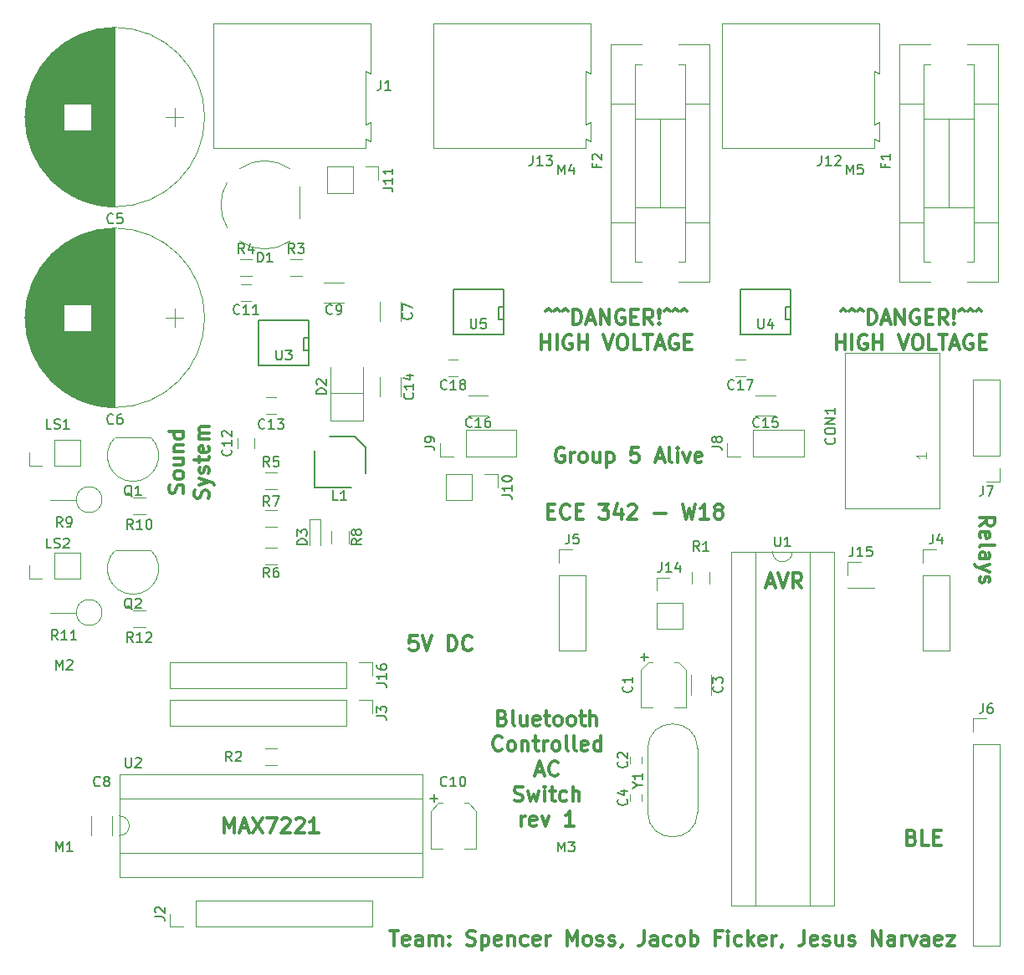
<source format=gbr>
G04 #@! TF.FileFunction,Legend,Top*
%FSLAX46Y46*%
G04 Gerber Fmt 4.6, Leading zero omitted, Abs format (unit mm)*
G04 Created by KiCad (PCBNEW 4.0.7) date Fri Feb  9 22:12:21 2018*
%MOMM*%
%LPD*%
G01*
G04 APERTURE LIST*
%ADD10C,0.100000*%
%ADD11C,0.300000*%
%ADD12C,0.120000*%
%ADD13C,0.150000*%
G04 APERTURE END LIST*
D10*
D11*
X219031429Y-108696429D02*
X219745714Y-108196429D01*
X219031429Y-107839286D02*
X220531429Y-107839286D01*
X220531429Y-108410714D01*
X220460000Y-108553572D01*
X220388571Y-108625000D01*
X220245714Y-108696429D01*
X220031429Y-108696429D01*
X219888571Y-108625000D01*
X219817143Y-108553572D01*
X219745714Y-108410714D01*
X219745714Y-107839286D01*
X219102857Y-109910714D02*
X219031429Y-109767857D01*
X219031429Y-109482143D01*
X219102857Y-109339286D01*
X219245714Y-109267857D01*
X219817143Y-109267857D01*
X219960000Y-109339286D01*
X220031429Y-109482143D01*
X220031429Y-109767857D01*
X219960000Y-109910714D01*
X219817143Y-109982143D01*
X219674286Y-109982143D01*
X219531429Y-109267857D01*
X219031429Y-110839286D02*
X219102857Y-110696428D01*
X219245714Y-110625000D01*
X220531429Y-110625000D01*
X219031429Y-112053571D02*
X219817143Y-112053571D01*
X219960000Y-111982142D01*
X220031429Y-111839285D01*
X220031429Y-111553571D01*
X219960000Y-111410714D01*
X219102857Y-112053571D02*
X219031429Y-111910714D01*
X219031429Y-111553571D01*
X219102857Y-111410714D01*
X219245714Y-111339285D01*
X219388571Y-111339285D01*
X219531429Y-111410714D01*
X219602857Y-111553571D01*
X219602857Y-111910714D01*
X219674286Y-112053571D01*
X220031429Y-112625000D02*
X219031429Y-112982143D01*
X220031429Y-113339285D02*
X219031429Y-112982143D01*
X218674286Y-112839285D01*
X218602857Y-112767857D01*
X218531429Y-112625000D01*
X219102857Y-113839285D02*
X219031429Y-113982142D01*
X219031429Y-114267857D01*
X219102857Y-114410714D01*
X219245714Y-114482142D01*
X219317143Y-114482142D01*
X219460000Y-114410714D01*
X219531429Y-114267857D01*
X219531429Y-114053571D01*
X219602857Y-113910714D01*
X219745714Y-113839285D01*
X219817143Y-113839285D01*
X219960000Y-113910714D01*
X220031429Y-114053571D01*
X220031429Y-114267857D01*
X219960000Y-114410714D01*
X212181429Y-140227857D02*
X212395715Y-140299286D01*
X212467143Y-140370714D01*
X212538572Y-140513571D01*
X212538572Y-140727857D01*
X212467143Y-140870714D01*
X212395715Y-140942143D01*
X212252857Y-141013571D01*
X211681429Y-141013571D01*
X211681429Y-139513571D01*
X212181429Y-139513571D01*
X212324286Y-139585000D01*
X212395715Y-139656429D01*
X212467143Y-139799286D01*
X212467143Y-139942143D01*
X212395715Y-140085000D01*
X212324286Y-140156429D01*
X212181429Y-140227857D01*
X211681429Y-140227857D01*
X213895715Y-141013571D02*
X213181429Y-141013571D01*
X213181429Y-139513571D01*
X214395715Y-140227857D02*
X214895715Y-140227857D01*
X215110001Y-141013571D02*
X214395715Y-141013571D01*
X214395715Y-139513571D01*
X215110001Y-139513571D01*
X197513000Y-114550000D02*
X198227286Y-114550000D01*
X197370143Y-114978571D02*
X197870143Y-113478571D01*
X198370143Y-114978571D01*
X198655857Y-113478571D02*
X199155857Y-114978571D01*
X199655857Y-113478571D01*
X201013000Y-114978571D02*
X200513000Y-114264286D01*
X200155857Y-114978571D02*
X200155857Y-113478571D01*
X200727285Y-113478571D01*
X200870143Y-113550000D01*
X200941571Y-113621429D01*
X201013000Y-113764286D01*
X201013000Y-113978571D01*
X200941571Y-114121429D01*
X200870143Y-114192857D01*
X200727285Y-114264286D01*
X200155857Y-114264286D01*
X142605716Y-139743571D02*
X142605716Y-138243571D01*
X143105716Y-139315000D01*
X143605716Y-138243571D01*
X143605716Y-139743571D01*
X144248573Y-139315000D02*
X144962859Y-139315000D01*
X144105716Y-139743571D02*
X144605716Y-138243571D01*
X145105716Y-139743571D01*
X145462859Y-138243571D02*
X146462859Y-139743571D01*
X146462859Y-138243571D02*
X145462859Y-139743571D01*
X146891430Y-138243571D02*
X147891430Y-138243571D01*
X147248573Y-139743571D01*
X148391429Y-138386429D02*
X148462858Y-138315000D01*
X148605715Y-138243571D01*
X148962858Y-138243571D01*
X149105715Y-138315000D01*
X149177144Y-138386429D01*
X149248572Y-138529286D01*
X149248572Y-138672143D01*
X149177144Y-138886429D01*
X148320001Y-139743571D01*
X149248572Y-139743571D01*
X149820000Y-138386429D02*
X149891429Y-138315000D01*
X150034286Y-138243571D01*
X150391429Y-138243571D01*
X150534286Y-138315000D01*
X150605715Y-138386429D01*
X150677143Y-138529286D01*
X150677143Y-138672143D01*
X150605715Y-138886429D01*
X149748572Y-139743571D01*
X150677143Y-139743571D01*
X152105714Y-139743571D02*
X151248571Y-139743571D01*
X151677143Y-139743571D02*
X151677143Y-138243571D01*
X151534286Y-138457857D01*
X151391428Y-138600714D01*
X151248571Y-138672143D01*
X175328573Y-107207857D02*
X175828573Y-107207857D01*
X176042859Y-107993571D02*
X175328573Y-107993571D01*
X175328573Y-106493571D01*
X176042859Y-106493571D01*
X177542859Y-107850714D02*
X177471430Y-107922143D01*
X177257144Y-107993571D01*
X177114287Y-107993571D01*
X176900002Y-107922143D01*
X176757144Y-107779286D01*
X176685716Y-107636429D01*
X176614287Y-107350714D01*
X176614287Y-107136429D01*
X176685716Y-106850714D01*
X176757144Y-106707857D01*
X176900002Y-106565000D01*
X177114287Y-106493571D01*
X177257144Y-106493571D01*
X177471430Y-106565000D01*
X177542859Y-106636429D01*
X178185716Y-107207857D02*
X178685716Y-107207857D01*
X178900002Y-107993571D02*
X178185716Y-107993571D01*
X178185716Y-106493571D01*
X178900002Y-106493571D01*
X180542859Y-106493571D02*
X181471430Y-106493571D01*
X180971430Y-107065000D01*
X181185716Y-107065000D01*
X181328573Y-107136429D01*
X181400002Y-107207857D01*
X181471430Y-107350714D01*
X181471430Y-107707857D01*
X181400002Y-107850714D01*
X181328573Y-107922143D01*
X181185716Y-107993571D01*
X180757144Y-107993571D01*
X180614287Y-107922143D01*
X180542859Y-107850714D01*
X182757144Y-106993571D02*
X182757144Y-107993571D01*
X182400001Y-106422143D02*
X182042858Y-107493571D01*
X182971430Y-107493571D01*
X183471429Y-106636429D02*
X183542858Y-106565000D01*
X183685715Y-106493571D01*
X184042858Y-106493571D01*
X184185715Y-106565000D01*
X184257144Y-106636429D01*
X184328572Y-106779286D01*
X184328572Y-106922143D01*
X184257144Y-107136429D01*
X183400001Y-107993571D01*
X184328572Y-107993571D01*
X186114286Y-107422143D02*
X187257143Y-107422143D01*
X188971429Y-106493571D02*
X189328572Y-107993571D01*
X189614286Y-106922143D01*
X189900000Y-107993571D01*
X190257143Y-106493571D01*
X191614286Y-107993571D02*
X190757143Y-107993571D01*
X191185715Y-107993571D02*
X191185715Y-106493571D01*
X191042858Y-106707857D01*
X190900000Y-106850714D01*
X190757143Y-106922143D01*
X192471429Y-107136429D02*
X192328571Y-107065000D01*
X192257143Y-106993571D01*
X192185714Y-106850714D01*
X192185714Y-106779286D01*
X192257143Y-106636429D01*
X192328571Y-106565000D01*
X192471429Y-106493571D01*
X192757143Y-106493571D01*
X192900000Y-106565000D01*
X192971429Y-106636429D01*
X193042857Y-106779286D01*
X193042857Y-106850714D01*
X192971429Y-106993571D01*
X192900000Y-107065000D01*
X192757143Y-107136429D01*
X192471429Y-107136429D01*
X192328571Y-107207857D01*
X192257143Y-107279286D01*
X192185714Y-107422143D01*
X192185714Y-107707857D01*
X192257143Y-107850714D01*
X192328571Y-107922143D01*
X192471429Y-107993571D01*
X192757143Y-107993571D01*
X192900000Y-107922143D01*
X192971429Y-107850714D01*
X193042857Y-107707857D01*
X193042857Y-107422143D01*
X192971429Y-107279286D01*
X192900000Y-107207857D01*
X192757143Y-107136429D01*
X162107858Y-119828571D02*
X161393572Y-119828571D01*
X161322143Y-120542857D01*
X161393572Y-120471429D01*
X161536429Y-120400000D01*
X161893572Y-120400000D01*
X162036429Y-120471429D01*
X162107858Y-120542857D01*
X162179286Y-120685714D01*
X162179286Y-121042857D01*
X162107858Y-121185714D01*
X162036429Y-121257143D01*
X161893572Y-121328571D01*
X161536429Y-121328571D01*
X161393572Y-121257143D01*
X161322143Y-121185714D01*
X162607857Y-119828571D02*
X163107857Y-121328571D01*
X163607857Y-119828571D01*
X165250714Y-121328571D02*
X165250714Y-119828571D01*
X165607857Y-119828571D01*
X165822142Y-119900000D01*
X165965000Y-120042857D01*
X166036428Y-120185714D01*
X166107857Y-120471429D01*
X166107857Y-120685714D01*
X166036428Y-120971429D01*
X165965000Y-121114286D01*
X165822142Y-121257143D01*
X165607857Y-121328571D01*
X165250714Y-121328571D01*
X167607857Y-121185714D02*
X167536428Y-121257143D01*
X167322142Y-121328571D01*
X167179285Y-121328571D01*
X166965000Y-121257143D01*
X166822142Y-121114286D01*
X166750714Y-120971429D01*
X166679285Y-120685714D01*
X166679285Y-120471429D01*
X166750714Y-120185714D01*
X166822142Y-120042857D01*
X166965000Y-119900000D01*
X167179285Y-119828571D01*
X167322142Y-119828571D01*
X167536428Y-119900000D01*
X167607857Y-119971429D01*
X138397143Y-105377857D02*
X138468571Y-105163571D01*
X138468571Y-104806428D01*
X138397143Y-104663571D01*
X138325714Y-104592142D01*
X138182857Y-104520714D01*
X138040000Y-104520714D01*
X137897143Y-104592142D01*
X137825714Y-104663571D01*
X137754286Y-104806428D01*
X137682857Y-105092142D01*
X137611429Y-105235000D01*
X137540000Y-105306428D01*
X137397143Y-105377857D01*
X137254286Y-105377857D01*
X137111429Y-105306428D01*
X137040000Y-105235000D01*
X136968571Y-105092142D01*
X136968571Y-104735000D01*
X137040000Y-104520714D01*
X138468571Y-103663571D02*
X138397143Y-103806429D01*
X138325714Y-103877857D01*
X138182857Y-103949286D01*
X137754286Y-103949286D01*
X137611429Y-103877857D01*
X137540000Y-103806429D01*
X137468571Y-103663571D01*
X137468571Y-103449286D01*
X137540000Y-103306429D01*
X137611429Y-103235000D01*
X137754286Y-103163571D01*
X138182857Y-103163571D01*
X138325714Y-103235000D01*
X138397143Y-103306429D01*
X138468571Y-103449286D01*
X138468571Y-103663571D01*
X137468571Y-101877857D02*
X138468571Y-101877857D01*
X137468571Y-102520714D02*
X138254286Y-102520714D01*
X138397143Y-102449286D01*
X138468571Y-102306428D01*
X138468571Y-102092143D01*
X138397143Y-101949286D01*
X138325714Y-101877857D01*
X137468571Y-101163571D02*
X138468571Y-101163571D01*
X137611429Y-101163571D02*
X137540000Y-101092143D01*
X137468571Y-100949285D01*
X137468571Y-100735000D01*
X137540000Y-100592143D01*
X137682857Y-100520714D01*
X138468571Y-100520714D01*
X138468571Y-99163571D02*
X136968571Y-99163571D01*
X138397143Y-99163571D02*
X138468571Y-99306428D01*
X138468571Y-99592142D01*
X138397143Y-99735000D01*
X138325714Y-99806428D01*
X138182857Y-99877857D01*
X137754286Y-99877857D01*
X137611429Y-99806428D01*
X137540000Y-99735000D01*
X137468571Y-99592142D01*
X137468571Y-99306428D01*
X137540000Y-99163571D01*
X140947143Y-105913571D02*
X141018571Y-105699285D01*
X141018571Y-105342142D01*
X140947143Y-105199285D01*
X140875714Y-105127856D01*
X140732857Y-105056428D01*
X140590000Y-105056428D01*
X140447143Y-105127856D01*
X140375714Y-105199285D01*
X140304286Y-105342142D01*
X140232857Y-105627856D01*
X140161429Y-105770714D01*
X140090000Y-105842142D01*
X139947143Y-105913571D01*
X139804286Y-105913571D01*
X139661429Y-105842142D01*
X139590000Y-105770714D01*
X139518571Y-105627856D01*
X139518571Y-105270714D01*
X139590000Y-105056428D01*
X140018571Y-104556428D02*
X141018571Y-104199285D01*
X140018571Y-103842143D02*
X141018571Y-104199285D01*
X141375714Y-104342143D01*
X141447143Y-104413571D01*
X141518571Y-104556428D01*
X140947143Y-103342143D02*
X141018571Y-103199286D01*
X141018571Y-102913571D01*
X140947143Y-102770714D01*
X140804286Y-102699286D01*
X140732857Y-102699286D01*
X140590000Y-102770714D01*
X140518571Y-102913571D01*
X140518571Y-103127857D01*
X140447143Y-103270714D01*
X140304286Y-103342143D01*
X140232857Y-103342143D01*
X140090000Y-103270714D01*
X140018571Y-103127857D01*
X140018571Y-102913571D01*
X140090000Y-102770714D01*
X140018571Y-102270714D02*
X140018571Y-101699285D01*
X139518571Y-102056428D02*
X140804286Y-102056428D01*
X140947143Y-101985000D01*
X141018571Y-101842142D01*
X141018571Y-101699285D01*
X140947143Y-100627857D02*
X141018571Y-100770714D01*
X141018571Y-101056428D01*
X140947143Y-101199285D01*
X140804286Y-101270714D01*
X140232857Y-101270714D01*
X140090000Y-101199285D01*
X140018571Y-101056428D01*
X140018571Y-100770714D01*
X140090000Y-100627857D01*
X140232857Y-100556428D01*
X140375714Y-100556428D01*
X140518571Y-101270714D01*
X141018571Y-99913571D02*
X140018571Y-99913571D01*
X140161429Y-99913571D02*
X140090000Y-99842143D01*
X140018571Y-99699285D01*
X140018571Y-99485000D01*
X140090000Y-99342143D01*
X140232857Y-99270714D01*
X141018571Y-99270714D01*
X140232857Y-99270714D02*
X140090000Y-99199285D01*
X140018571Y-99056428D01*
X140018571Y-98842143D01*
X140090000Y-98699285D01*
X140232857Y-98627857D01*
X141018571Y-98627857D01*
X204947142Y-86946429D02*
X205232856Y-86732143D01*
X205518571Y-86946429D01*
X205804285Y-86946429D02*
X206089999Y-86732143D01*
X206375714Y-86946429D01*
X206661428Y-86946429D02*
X206947142Y-86732143D01*
X207232857Y-86946429D01*
X207732857Y-88303571D02*
X207732857Y-86803571D01*
X208090000Y-86803571D01*
X208304285Y-86875000D01*
X208447143Y-87017857D01*
X208518571Y-87160714D01*
X208590000Y-87446429D01*
X208590000Y-87660714D01*
X208518571Y-87946429D01*
X208447143Y-88089286D01*
X208304285Y-88232143D01*
X208090000Y-88303571D01*
X207732857Y-88303571D01*
X209161428Y-87875000D02*
X209875714Y-87875000D01*
X209018571Y-88303571D02*
X209518571Y-86803571D01*
X210018571Y-88303571D01*
X210518571Y-88303571D02*
X210518571Y-86803571D01*
X211375714Y-88303571D01*
X211375714Y-86803571D01*
X212875714Y-86875000D02*
X212732857Y-86803571D01*
X212518571Y-86803571D01*
X212304286Y-86875000D01*
X212161428Y-87017857D01*
X212090000Y-87160714D01*
X212018571Y-87446429D01*
X212018571Y-87660714D01*
X212090000Y-87946429D01*
X212161428Y-88089286D01*
X212304286Y-88232143D01*
X212518571Y-88303571D01*
X212661428Y-88303571D01*
X212875714Y-88232143D01*
X212947143Y-88160714D01*
X212947143Y-87660714D01*
X212661428Y-87660714D01*
X213590000Y-87517857D02*
X214090000Y-87517857D01*
X214304286Y-88303571D02*
X213590000Y-88303571D01*
X213590000Y-86803571D01*
X214304286Y-86803571D01*
X215804286Y-88303571D02*
X215304286Y-87589286D01*
X214947143Y-88303571D02*
X214947143Y-86803571D01*
X215518571Y-86803571D01*
X215661429Y-86875000D01*
X215732857Y-86946429D01*
X215804286Y-87089286D01*
X215804286Y-87303571D01*
X215732857Y-87446429D01*
X215661429Y-87517857D01*
X215518571Y-87589286D01*
X214947143Y-87589286D01*
X216447143Y-88160714D02*
X216518571Y-88232143D01*
X216447143Y-88303571D01*
X216375714Y-88232143D01*
X216447143Y-88160714D01*
X216447143Y-88303571D01*
X216447143Y-87732143D02*
X216375714Y-86875000D01*
X216447143Y-86803571D01*
X216518571Y-86875000D01*
X216447143Y-87732143D01*
X216447143Y-86803571D01*
X216947143Y-86946429D02*
X217232857Y-86732143D01*
X217518572Y-86946429D01*
X217804286Y-86946429D02*
X218090000Y-86732143D01*
X218375715Y-86946429D01*
X218661429Y-86946429D02*
X218947143Y-86732143D01*
X219232858Y-86946429D01*
X204518571Y-90853571D02*
X204518571Y-89353571D01*
X204518571Y-90067857D02*
X205375714Y-90067857D01*
X205375714Y-90853571D02*
X205375714Y-89353571D01*
X206090000Y-90853571D02*
X206090000Y-89353571D01*
X207590000Y-89425000D02*
X207447143Y-89353571D01*
X207232857Y-89353571D01*
X207018572Y-89425000D01*
X206875714Y-89567857D01*
X206804286Y-89710714D01*
X206732857Y-89996429D01*
X206732857Y-90210714D01*
X206804286Y-90496429D01*
X206875714Y-90639286D01*
X207018572Y-90782143D01*
X207232857Y-90853571D01*
X207375714Y-90853571D01*
X207590000Y-90782143D01*
X207661429Y-90710714D01*
X207661429Y-90210714D01*
X207375714Y-90210714D01*
X208304286Y-90853571D02*
X208304286Y-89353571D01*
X208304286Y-90067857D02*
X209161429Y-90067857D01*
X209161429Y-90853571D02*
X209161429Y-89353571D01*
X210804286Y-89353571D02*
X211304286Y-90853571D01*
X211804286Y-89353571D01*
X212590000Y-89353571D02*
X212875714Y-89353571D01*
X213018572Y-89425000D01*
X213161429Y-89567857D01*
X213232857Y-89853571D01*
X213232857Y-90353571D01*
X213161429Y-90639286D01*
X213018572Y-90782143D01*
X212875714Y-90853571D01*
X212590000Y-90853571D01*
X212447143Y-90782143D01*
X212304286Y-90639286D01*
X212232857Y-90353571D01*
X212232857Y-89853571D01*
X212304286Y-89567857D01*
X212447143Y-89425000D01*
X212590000Y-89353571D01*
X214590001Y-90853571D02*
X213875715Y-90853571D01*
X213875715Y-89353571D01*
X214875715Y-89353571D02*
X215732858Y-89353571D01*
X215304287Y-90853571D02*
X215304287Y-89353571D01*
X216161429Y-90425000D02*
X216875715Y-90425000D01*
X216018572Y-90853571D02*
X216518572Y-89353571D01*
X217018572Y-90853571D01*
X218304286Y-89425000D02*
X218161429Y-89353571D01*
X217947143Y-89353571D01*
X217732858Y-89425000D01*
X217590000Y-89567857D01*
X217518572Y-89710714D01*
X217447143Y-89996429D01*
X217447143Y-90210714D01*
X217518572Y-90496429D01*
X217590000Y-90639286D01*
X217732858Y-90782143D01*
X217947143Y-90853571D01*
X218090000Y-90853571D01*
X218304286Y-90782143D01*
X218375715Y-90710714D01*
X218375715Y-90210714D01*
X218090000Y-90210714D01*
X219018572Y-90067857D02*
X219518572Y-90067857D01*
X219732858Y-90853571D02*
X219018572Y-90853571D01*
X219018572Y-89353571D01*
X219732858Y-89353571D01*
X175102142Y-86946429D02*
X175387856Y-86732143D01*
X175673571Y-86946429D01*
X175959285Y-86946429D02*
X176244999Y-86732143D01*
X176530714Y-86946429D01*
X176816428Y-86946429D02*
X177102142Y-86732143D01*
X177387857Y-86946429D01*
X177887857Y-88303571D02*
X177887857Y-86803571D01*
X178245000Y-86803571D01*
X178459285Y-86875000D01*
X178602143Y-87017857D01*
X178673571Y-87160714D01*
X178745000Y-87446429D01*
X178745000Y-87660714D01*
X178673571Y-87946429D01*
X178602143Y-88089286D01*
X178459285Y-88232143D01*
X178245000Y-88303571D01*
X177887857Y-88303571D01*
X179316428Y-87875000D02*
X180030714Y-87875000D01*
X179173571Y-88303571D02*
X179673571Y-86803571D01*
X180173571Y-88303571D01*
X180673571Y-88303571D02*
X180673571Y-86803571D01*
X181530714Y-88303571D01*
X181530714Y-86803571D01*
X183030714Y-86875000D02*
X182887857Y-86803571D01*
X182673571Y-86803571D01*
X182459286Y-86875000D01*
X182316428Y-87017857D01*
X182245000Y-87160714D01*
X182173571Y-87446429D01*
X182173571Y-87660714D01*
X182245000Y-87946429D01*
X182316428Y-88089286D01*
X182459286Y-88232143D01*
X182673571Y-88303571D01*
X182816428Y-88303571D01*
X183030714Y-88232143D01*
X183102143Y-88160714D01*
X183102143Y-87660714D01*
X182816428Y-87660714D01*
X183745000Y-87517857D02*
X184245000Y-87517857D01*
X184459286Y-88303571D02*
X183745000Y-88303571D01*
X183745000Y-86803571D01*
X184459286Y-86803571D01*
X185959286Y-88303571D02*
X185459286Y-87589286D01*
X185102143Y-88303571D02*
X185102143Y-86803571D01*
X185673571Y-86803571D01*
X185816429Y-86875000D01*
X185887857Y-86946429D01*
X185959286Y-87089286D01*
X185959286Y-87303571D01*
X185887857Y-87446429D01*
X185816429Y-87517857D01*
X185673571Y-87589286D01*
X185102143Y-87589286D01*
X186602143Y-88160714D02*
X186673571Y-88232143D01*
X186602143Y-88303571D01*
X186530714Y-88232143D01*
X186602143Y-88160714D01*
X186602143Y-88303571D01*
X186602143Y-87732143D02*
X186530714Y-86875000D01*
X186602143Y-86803571D01*
X186673571Y-86875000D01*
X186602143Y-87732143D01*
X186602143Y-86803571D01*
X187102143Y-86946429D02*
X187387857Y-86732143D01*
X187673572Y-86946429D01*
X187959286Y-86946429D02*
X188245000Y-86732143D01*
X188530715Y-86946429D01*
X188816429Y-86946429D02*
X189102143Y-86732143D01*
X189387858Y-86946429D01*
X174673571Y-90853571D02*
X174673571Y-89353571D01*
X174673571Y-90067857D02*
X175530714Y-90067857D01*
X175530714Y-90853571D02*
X175530714Y-89353571D01*
X176245000Y-90853571D02*
X176245000Y-89353571D01*
X177745000Y-89425000D02*
X177602143Y-89353571D01*
X177387857Y-89353571D01*
X177173572Y-89425000D01*
X177030714Y-89567857D01*
X176959286Y-89710714D01*
X176887857Y-89996429D01*
X176887857Y-90210714D01*
X176959286Y-90496429D01*
X177030714Y-90639286D01*
X177173572Y-90782143D01*
X177387857Y-90853571D01*
X177530714Y-90853571D01*
X177745000Y-90782143D01*
X177816429Y-90710714D01*
X177816429Y-90210714D01*
X177530714Y-90210714D01*
X178459286Y-90853571D02*
X178459286Y-89353571D01*
X178459286Y-90067857D02*
X179316429Y-90067857D01*
X179316429Y-90853571D02*
X179316429Y-89353571D01*
X180959286Y-89353571D02*
X181459286Y-90853571D01*
X181959286Y-89353571D01*
X182745000Y-89353571D02*
X183030714Y-89353571D01*
X183173572Y-89425000D01*
X183316429Y-89567857D01*
X183387857Y-89853571D01*
X183387857Y-90353571D01*
X183316429Y-90639286D01*
X183173572Y-90782143D01*
X183030714Y-90853571D01*
X182745000Y-90853571D01*
X182602143Y-90782143D01*
X182459286Y-90639286D01*
X182387857Y-90353571D01*
X182387857Y-89853571D01*
X182459286Y-89567857D01*
X182602143Y-89425000D01*
X182745000Y-89353571D01*
X184745001Y-90853571D02*
X184030715Y-90853571D01*
X184030715Y-89353571D01*
X185030715Y-89353571D02*
X185887858Y-89353571D01*
X185459287Y-90853571D02*
X185459287Y-89353571D01*
X186316429Y-90425000D02*
X187030715Y-90425000D01*
X186173572Y-90853571D02*
X186673572Y-89353571D01*
X187173572Y-90853571D01*
X188459286Y-89425000D02*
X188316429Y-89353571D01*
X188102143Y-89353571D01*
X187887858Y-89425000D01*
X187745000Y-89567857D01*
X187673572Y-89710714D01*
X187602143Y-89996429D01*
X187602143Y-90210714D01*
X187673572Y-90496429D01*
X187745000Y-90639286D01*
X187887858Y-90782143D01*
X188102143Y-90853571D01*
X188245000Y-90853571D01*
X188459286Y-90782143D01*
X188530715Y-90710714D01*
X188530715Y-90210714D01*
X188245000Y-90210714D01*
X189173572Y-90067857D02*
X189673572Y-90067857D01*
X189887858Y-90853571D02*
X189173572Y-90853571D01*
X189173572Y-89353571D01*
X189887858Y-89353571D01*
X159352858Y-149673571D02*
X160210001Y-149673571D01*
X159781430Y-151173571D02*
X159781430Y-149673571D01*
X161281429Y-151102143D02*
X161138572Y-151173571D01*
X160852858Y-151173571D01*
X160710001Y-151102143D01*
X160638572Y-150959286D01*
X160638572Y-150387857D01*
X160710001Y-150245000D01*
X160852858Y-150173571D01*
X161138572Y-150173571D01*
X161281429Y-150245000D01*
X161352858Y-150387857D01*
X161352858Y-150530714D01*
X160638572Y-150673571D01*
X162638572Y-151173571D02*
X162638572Y-150387857D01*
X162567143Y-150245000D01*
X162424286Y-150173571D01*
X162138572Y-150173571D01*
X161995715Y-150245000D01*
X162638572Y-151102143D02*
X162495715Y-151173571D01*
X162138572Y-151173571D01*
X161995715Y-151102143D01*
X161924286Y-150959286D01*
X161924286Y-150816429D01*
X161995715Y-150673571D01*
X162138572Y-150602143D01*
X162495715Y-150602143D01*
X162638572Y-150530714D01*
X163352858Y-151173571D02*
X163352858Y-150173571D01*
X163352858Y-150316429D02*
X163424286Y-150245000D01*
X163567144Y-150173571D01*
X163781429Y-150173571D01*
X163924286Y-150245000D01*
X163995715Y-150387857D01*
X163995715Y-151173571D01*
X163995715Y-150387857D02*
X164067144Y-150245000D01*
X164210001Y-150173571D01*
X164424286Y-150173571D01*
X164567144Y-150245000D01*
X164638572Y-150387857D01*
X164638572Y-151173571D01*
X165352858Y-151030714D02*
X165424286Y-151102143D01*
X165352858Y-151173571D01*
X165281429Y-151102143D01*
X165352858Y-151030714D01*
X165352858Y-151173571D01*
X165352858Y-150245000D02*
X165424286Y-150316429D01*
X165352858Y-150387857D01*
X165281429Y-150316429D01*
X165352858Y-150245000D01*
X165352858Y-150387857D01*
X167138572Y-151102143D02*
X167352858Y-151173571D01*
X167710001Y-151173571D01*
X167852858Y-151102143D01*
X167924287Y-151030714D01*
X167995715Y-150887857D01*
X167995715Y-150745000D01*
X167924287Y-150602143D01*
X167852858Y-150530714D01*
X167710001Y-150459286D01*
X167424287Y-150387857D01*
X167281429Y-150316429D01*
X167210001Y-150245000D01*
X167138572Y-150102143D01*
X167138572Y-149959286D01*
X167210001Y-149816429D01*
X167281429Y-149745000D01*
X167424287Y-149673571D01*
X167781429Y-149673571D01*
X167995715Y-149745000D01*
X168638572Y-150173571D02*
X168638572Y-151673571D01*
X168638572Y-150245000D02*
X168781429Y-150173571D01*
X169067143Y-150173571D01*
X169210000Y-150245000D01*
X169281429Y-150316429D01*
X169352858Y-150459286D01*
X169352858Y-150887857D01*
X169281429Y-151030714D01*
X169210000Y-151102143D01*
X169067143Y-151173571D01*
X168781429Y-151173571D01*
X168638572Y-151102143D01*
X170567143Y-151102143D02*
X170424286Y-151173571D01*
X170138572Y-151173571D01*
X169995715Y-151102143D01*
X169924286Y-150959286D01*
X169924286Y-150387857D01*
X169995715Y-150245000D01*
X170138572Y-150173571D01*
X170424286Y-150173571D01*
X170567143Y-150245000D01*
X170638572Y-150387857D01*
X170638572Y-150530714D01*
X169924286Y-150673571D01*
X171281429Y-150173571D02*
X171281429Y-151173571D01*
X171281429Y-150316429D02*
X171352857Y-150245000D01*
X171495715Y-150173571D01*
X171710000Y-150173571D01*
X171852857Y-150245000D01*
X171924286Y-150387857D01*
X171924286Y-151173571D01*
X173281429Y-151102143D02*
X173138572Y-151173571D01*
X172852858Y-151173571D01*
X172710000Y-151102143D01*
X172638572Y-151030714D01*
X172567143Y-150887857D01*
X172567143Y-150459286D01*
X172638572Y-150316429D01*
X172710000Y-150245000D01*
X172852858Y-150173571D01*
X173138572Y-150173571D01*
X173281429Y-150245000D01*
X174495714Y-151102143D02*
X174352857Y-151173571D01*
X174067143Y-151173571D01*
X173924286Y-151102143D01*
X173852857Y-150959286D01*
X173852857Y-150387857D01*
X173924286Y-150245000D01*
X174067143Y-150173571D01*
X174352857Y-150173571D01*
X174495714Y-150245000D01*
X174567143Y-150387857D01*
X174567143Y-150530714D01*
X173852857Y-150673571D01*
X175210000Y-151173571D02*
X175210000Y-150173571D01*
X175210000Y-150459286D02*
X175281428Y-150316429D01*
X175352857Y-150245000D01*
X175495714Y-150173571D01*
X175638571Y-150173571D01*
X177281428Y-151173571D02*
X177281428Y-149673571D01*
X177781428Y-150745000D01*
X178281428Y-149673571D01*
X178281428Y-151173571D01*
X179210000Y-151173571D02*
X179067142Y-151102143D01*
X178995714Y-151030714D01*
X178924285Y-150887857D01*
X178924285Y-150459286D01*
X178995714Y-150316429D01*
X179067142Y-150245000D01*
X179210000Y-150173571D01*
X179424285Y-150173571D01*
X179567142Y-150245000D01*
X179638571Y-150316429D01*
X179710000Y-150459286D01*
X179710000Y-150887857D01*
X179638571Y-151030714D01*
X179567142Y-151102143D01*
X179424285Y-151173571D01*
X179210000Y-151173571D01*
X180281428Y-151102143D02*
X180424285Y-151173571D01*
X180710000Y-151173571D01*
X180852857Y-151102143D01*
X180924285Y-150959286D01*
X180924285Y-150887857D01*
X180852857Y-150745000D01*
X180710000Y-150673571D01*
X180495714Y-150673571D01*
X180352857Y-150602143D01*
X180281428Y-150459286D01*
X180281428Y-150387857D01*
X180352857Y-150245000D01*
X180495714Y-150173571D01*
X180710000Y-150173571D01*
X180852857Y-150245000D01*
X181495714Y-151102143D02*
X181638571Y-151173571D01*
X181924286Y-151173571D01*
X182067143Y-151102143D01*
X182138571Y-150959286D01*
X182138571Y-150887857D01*
X182067143Y-150745000D01*
X181924286Y-150673571D01*
X181710000Y-150673571D01*
X181567143Y-150602143D01*
X181495714Y-150459286D01*
X181495714Y-150387857D01*
X181567143Y-150245000D01*
X181710000Y-150173571D01*
X181924286Y-150173571D01*
X182067143Y-150245000D01*
X182852857Y-151102143D02*
X182852857Y-151173571D01*
X182781429Y-151316429D01*
X182710000Y-151387857D01*
X185067143Y-149673571D02*
X185067143Y-150745000D01*
X184995715Y-150959286D01*
X184852858Y-151102143D01*
X184638572Y-151173571D01*
X184495715Y-151173571D01*
X186424286Y-151173571D02*
X186424286Y-150387857D01*
X186352857Y-150245000D01*
X186210000Y-150173571D01*
X185924286Y-150173571D01*
X185781429Y-150245000D01*
X186424286Y-151102143D02*
X186281429Y-151173571D01*
X185924286Y-151173571D01*
X185781429Y-151102143D01*
X185710000Y-150959286D01*
X185710000Y-150816429D01*
X185781429Y-150673571D01*
X185924286Y-150602143D01*
X186281429Y-150602143D01*
X186424286Y-150530714D01*
X187781429Y-151102143D02*
X187638572Y-151173571D01*
X187352858Y-151173571D01*
X187210000Y-151102143D01*
X187138572Y-151030714D01*
X187067143Y-150887857D01*
X187067143Y-150459286D01*
X187138572Y-150316429D01*
X187210000Y-150245000D01*
X187352858Y-150173571D01*
X187638572Y-150173571D01*
X187781429Y-150245000D01*
X188638572Y-151173571D02*
X188495714Y-151102143D01*
X188424286Y-151030714D01*
X188352857Y-150887857D01*
X188352857Y-150459286D01*
X188424286Y-150316429D01*
X188495714Y-150245000D01*
X188638572Y-150173571D01*
X188852857Y-150173571D01*
X188995714Y-150245000D01*
X189067143Y-150316429D01*
X189138572Y-150459286D01*
X189138572Y-150887857D01*
X189067143Y-151030714D01*
X188995714Y-151102143D01*
X188852857Y-151173571D01*
X188638572Y-151173571D01*
X189781429Y-151173571D02*
X189781429Y-149673571D01*
X189781429Y-150245000D02*
X189924286Y-150173571D01*
X190210000Y-150173571D01*
X190352857Y-150245000D01*
X190424286Y-150316429D01*
X190495715Y-150459286D01*
X190495715Y-150887857D01*
X190424286Y-151030714D01*
X190352857Y-151102143D01*
X190210000Y-151173571D01*
X189924286Y-151173571D01*
X189781429Y-151102143D01*
X192781429Y-150387857D02*
X192281429Y-150387857D01*
X192281429Y-151173571D02*
X192281429Y-149673571D01*
X192995715Y-149673571D01*
X193567143Y-151173571D02*
X193567143Y-150173571D01*
X193567143Y-149673571D02*
X193495714Y-149745000D01*
X193567143Y-149816429D01*
X193638571Y-149745000D01*
X193567143Y-149673571D01*
X193567143Y-149816429D01*
X194924286Y-151102143D02*
X194781429Y-151173571D01*
X194495715Y-151173571D01*
X194352857Y-151102143D01*
X194281429Y-151030714D01*
X194210000Y-150887857D01*
X194210000Y-150459286D01*
X194281429Y-150316429D01*
X194352857Y-150245000D01*
X194495715Y-150173571D01*
X194781429Y-150173571D01*
X194924286Y-150245000D01*
X195567143Y-151173571D02*
X195567143Y-149673571D01*
X195710000Y-150602143D02*
X196138571Y-151173571D01*
X196138571Y-150173571D02*
X195567143Y-150745000D01*
X197352857Y-151102143D02*
X197210000Y-151173571D01*
X196924286Y-151173571D01*
X196781429Y-151102143D01*
X196710000Y-150959286D01*
X196710000Y-150387857D01*
X196781429Y-150245000D01*
X196924286Y-150173571D01*
X197210000Y-150173571D01*
X197352857Y-150245000D01*
X197424286Y-150387857D01*
X197424286Y-150530714D01*
X196710000Y-150673571D01*
X198067143Y-151173571D02*
X198067143Y-150173571D01*
X198067143Y-150459286D02*
X198138571Y-150316429D01*
X198210000Y-150245000D01*
X198352857Y-150173571D01*
X198495714Y-150173571D01*
X199067142Y-151102143D02*
X199067142Y-151173571D01*
X198995714Y-151316429D01*
X198924285Y-151387857D01*
X201281428Y-149673571D02*
X201281428Y-150745000D01*
X201210000Y-150959286D01*
X201067143Y-151102143D01*
X200852857Y-151173571D01*
X200710000Y-151173571D01*
X202567142Y-151102143D02*
X202424285Y-151173571D01*
X202138571Y-151173571D01*
X201995714Y-151102143D01*
X201924285Y-150959286D01*
X201924285Y-150387857D01*
X201995714Y-150245000D01*
X202138571Y-150173571D01*
X202424285Y-150173571D01*
X202567142Y-150245000D01*
X202638571Y-150387857D01*
X202638571Y-150530714D01*
X201924285Y-150673571D01*
X203209999Y-151102143D02*
X203352856Y-151173571D01*
X203638571Y-151173571D01*
X203781428Y-151102143D01*
X203852856Y-150959286D01*
X203852856Y-150887857D01*
X203781428Y-150745000D01*
X203638571Y-150673571D01*
X203424285Y-150673571D01*
X203281428Y-150602143D01*
X203209999Y-150459286D01*
X203209999Y-150387857D01*
X203281428Y-150245000D01*
X203424285Y-150173571D01*
X203638571Y-150173571D01*
X203781428Y-150245000D01*
X205138571Y-150173571D02*
X205138571Y-151173571D01*
X204495714Y-150173571D02*
X204495714Y-150959286D01*
X204567142Y-151102143D01*
X204710000Y-151173571D01*
X204924285Y-151173571D01*
X205067142Y-151102143D01*
X205138571Y-151030714D01*
X205781428Y-151102143D02*
X205924285Y-151173571D01*
X206210000Y-151173571D01*
X206352857Y-151102143D01*
X206424285Y-150959286D01*
X206424285Y-150887857D01*
X206352857Y-150745000D01*
X206210000Y-150673571D01*
X205995714Y-150673571D01*
X205852857Y-150602143D01*
X205781428Y-150459286D01*
X205781428Y-150387857D01*
X205852857Y-150245000D01*
X205995714Y-150173571D01*
X206210000Y-150173571D01*
X206352857Y-150245000D01*
X208210000Y-151173571D02*
X208210000Y-149673571D01*
X209067143Y-151173571D01*
X209067143Y-149673571D01*
X210424286Y-151173571D02*
X210424286Y-150387857D01*
X210352857Y-150245000D01*
X210210000Y-150173571D01*
X209924286Y-150173571D01*
X209781429Y-150245000D01*
X210424286Y-151102143D02*
X210281429Y-151173571D01*
X209924286Y-151173571D01*
X209781429Y-151102143D01*
X209710000Y-150959286D01*
X209710000Y-150816429D01*
X209781429Y-150673571D01*
X209924286Y-150602143D01*
X210281429Y-150602143D01*
X210424286Y-150530714D01*
X211138572Y-151173571D02*
X211138572Y-150173571D01*
X211138572Y-150459286D02*
X211210000Y-150316429D01*
X211281429Y-150245000D01*
X211424286Y-150173571D01*
X211567143Y-150173571D01*
X211924286Y-150173571D02*
X212281429Y-151173571D01*
X212638571Y-150173571D01*
X213852857Y-151173571D02*
X213852857Y-150387857D01*
X213781428Y-150245000D01*
X213638571Y-150173571D01*
X213352857Y-150173571D01*
X213210000Y-150245000D01*
X213852857Y-151102143D02*
X213710000Y-151173571D01*
X213352857Y-151173571D01*
X213210000Y-151102143D01*
X213138571Y-150959286D01*
X213138571Y-150816429D01*
X213210000Y-150673571D01*
X213352857Y-150602143D01*
X213710000Y-150602143D01*
X213852857Y-150530714D01*
X215138571Y-151102143D02*
X214995714Y-151173571D01*
X214710000Y-151173571D01*
X214567143Y-151102143D01*
X214495714Y-150959286D01*
X214495714Y-150387857D01*
X214567143Y-150245000D01*
X214710000Y-150173571D01*
X214995714Y-150173571D01*
X215138571Y-150245000D01*
X215210000Y-150387857D01*
X215210000Y-150530714D01*
X214495714Y-150673571D01*
X215710000Y-150173571D02*
X216495714Y-150173571D01*
X215710000Y-151173571D01*
X216495714Y-151173571D01*
X172652858Y-139108571D02*
X172652858Y-138108571D01*
X172652858Y-138394286D02*
X172724286Y-138251429D01*
X172795715Y-138180000D01*
X172938572Y-138108571D01*
X173081429Y-138108571D01*
X174152857Y-139037143D02*
X174010000Y-139108571D01*
X173724286Y-139108571D01*
X173581429Y-139037143D01*
X173510000Y-138894286D01*
X173510000Y-138322857D01*
X173581429Y-138180000D01*
X173724286Y-138108571D01*
X174010000Y-138108571D01*
X174152857Y-138180000D01*
X174224286Y-138322857D01*
X174224286Y-138465714D01*
X173510000Y-138608571D01*
X174724286Y-138108571D02*
X175081429Y-139108571D01*
X175438571Y-138108571D01*
X177938571Y-139108571D02*
X177081428Y-139108571D01*
X177510000Y-139108571D02*
X177510000Y-137608571D01*
X177367143Y-137822857D01*
X177224285Y-137965714D01*
X177081428Y-138037143D01*
X170760000Y-128147857D02*
X170974286Y-128219286D01*
X171045714Y-128290714D01*
X171117143Y-128433571D01*
X171117143Y-128647857D01*
X171045714Y-128790714D01*
X170974286Y-128862143D01*
X170831428Y-128933571D01*
X170260000Y-128933571D01*
X170260000Y-127433571D01*
X170760000Y-127433571D01*
X170902857Y-127505000D01*
X170974286Y-127576429D01*
X171045714Y-127719286D01*
X171045714Y-127862143D01*
X170974286Y-128005000D01*
X170902857Y-128076429D01*
X170760000Y-128147857D01*
X170260000Y-128147857D01*
X171974286Y-128933571D02*
X171831428Y-128862143D01*
X171760000Y-128719286D01*
X171760000Y-127433571D01*
X173188571Y-127933571D02*
X173188571Y-128933571D01*
X172545714Y-127933571D02*
X172545714Y-128719286D01*
X172617142Y-128862143D01*
X172760000Y-128933571D01*
X172974285Y-128933571D01*
X173117142Y-128862143D01*
X173188571Y-128790714D01*
X174474285Y-128862143D02*
X174331428Y-128933571D01*
X174045714Y-128933571D01*
X173902857Y-128862143D01*
X173831428Y-128719286D01*
X173831428Y-128147857D01*
X173902857Y-128005000D01*
X174045714Y-127933571D01*
X174331428Y-127933571D01*
X174474285Y-128005000D01*
X174545714Y-128147857D01*
X174545714Y-128290714D01*
X173831428Y-128433571D01*
X174974285Y-127933571D02*
X175545714Y-127933571D01*
X175188571Y-127433571D02*
X175188571Y-128719286D01*
X175259999Y-128862143D01*
X175402857Y-128933571D01*
X175545714Y-128933571D01*
X176260000Y-128933571D02*
X176117142Y-128862143D01*
X176045714Y-128790714D01*
X175974285Y-128647857D01*
X175974285Y-128219286D01*
X176045714Y-128076429D01*
X176117142Y-128005000D01*
X176260000Y-127933571D01*
X176474285Y-127933571D01*
X176617142Y-128005000D01*
X176688571Y-128076429D01*
X176760000Y-128219286D01*
X176760000Y-128647857D01*
X176688571Y-128790714D01*
X176617142Y-128862143D01*
X176474285Y-128933571D01*
X176260000Y-128933571D01*
X177617143Y-128933571D02*
X177474285Y-128862143D01*
X177402857Y-128790714D01*
X177331428Y-128647857D01*
X177331428Y-128219286D01*
X177402857Y-128076429D01*
X177474285Y-128005000D01*
X177617143Y-127933571D01*
X177831428Y-127933571D01*
X177974285Y-128005000D01*
X178045714Y-128076429D01*
X178117143Y-128219286D01*
X178117143Y-128647857D01*
X178045714Y-128790714D01*
X177974285Y-128862143D01*
X177831428Y-128933571D01*
X177617143Y-128933571D01*
X178545714Y-127933571D02*
X179117143Y-127933571D01*
X178760000Y-127433571D02*
X178760000Y-128719286D01*
X178831428Y-128862143D01*
X178974286Y-128933571D01*
X179117143Y-128933571D01*
X179617143Y-128933571D02*
X179617143Y-127433571D01*
X180260000Y-128933571D02*
X180260000Y-128147857D01*
X180188571Y-128005000D01*
X180045714Y-127933571D01*
X179831429Y-127933571D01*
X179688571Y-128005000D01*
X179617143Y-128076429D01*
X170688572Y-131340714D02*
X170617143Y-131412143D01*
X170402857Y-131483571D01*
X170260000Y-131483571D01*
X170045715Y-131412143D01*
X169902857Y-131269286D01*
X169831429Y-131126429D01*
X169760000Y-130840714D01*
X169760000Y-130626429D01*
X169831429Y-130340714D01*
X169902857Y-130197857D01*
X170045715Y-130055000D01*
X170260000Y-129983571D01*
X170402857Y-129983571D01*
X170617143Y-130055000D01*
X170688572Y-130126429D01*
X171545715Y-131483571D02*
X171402857Y-131412143D01*
X171331429Y-131340714D01*
X171260000Y-131197857D01*
X171260000Y-130769286D01*
X171331429Y-130626429D01*
X171402857Y-130555000D01*
X171545715Y-130483571D01*
X171760000Y-130483571D01*
X171902857Y-130555000D01*
X171974286Y-130626429D01*
X172045715Y-130769286D01*
X172045715Y-131197857D01*
X171974286Y-131340714D01*
X171902857Y-131412143D01*
X171760000Y-131483571D01*
X171545715Y-131483571D01*
X172688572Y-130483571D02*
X172688572Y-131483571D01*
X172688572Y-130626429D02*
X172760000Y-130555000D01*
X172902858Y-130483571D01*
X173117143Y-130483571D01*
X173260000Y-130555000D01*
X173331429Y-130697857D01*
X173331429Y-131483571D01*
X173831429Y-130483571D02*
X174402858Y-130483571D01*
X174045715Y-129983571D02*
X174045715Y-131269286D01*
X174117143Y-131412143D01*
X174260001Y-131483571D01*
X174402858Y-131483571D01*
X174902858Y-131483571D02*
X174902858Y-130483571D01*
X174902858Y-130769286D02*
X174974286Y-130626429D01*
X175045715Y-130555000D01*
X175188572Y-130483571D01*
X175331429Y-130483571D01*
X176045715Y-131483571D02*
X175902857Y-131412143D01*
X175831429Y-131340714D01*
X175760000Y-131197857D01*
X175760000Y-130769286D01*
X175831429Y-130626429D01*
X175902857Y-130555000D01*
X176045715Y-130483571D01*
X176260000Y-130483571D01*
X176402857Y-130555000D01*
X176474286Y-130626429D01*
X176545715Y-130769286D01*
X176545715Y-131197857D01*
X176474286Y-131340714D01*
X176402857Y-131412143D01*
X176260000Y-131483571D01*
X176045715Y-131483571D01*
X177402858Y-131483571D02*
X177260000Y-131412143D01*
X177188572Y-131269286D01*
X177188572Y-129983571D01*
X178188572Y-131483571D02*
X178045714Y-131412143D01*
X177974286Y-131269286D01*
X177974286Y-129983571D01*
X179331428Y-131412143D02*
X179188571Y-131483571D01*
X178902857Y-131483571D01*
X178760000Y-131412143D01*
X178688571Y-131269286D01*
X178688571Y-130697857D01*
X178760000Y-130555000D01*
X178902857Y-130483571D01*
X179188571Y-130483571D01*
X179331428Y-130555000D01*
X179402857Y-130697857D01*
X179402857Y-130840714D01*
X178688571Y-130983571D01*
X180688571Y-131483571D02*
X180688571Y-129983571D01*
X180688571Y-131412143D02*
X180545714Y-131483571D01*
X180260000Y-131483571D01*
X180117142Y-131412143D01*
X180045714Y-131340714D01*
X179974285Y-131197857D01*
X179974285Y-130769286D01*
X180045714Y-130626429D01*
X180117142Y-130555000D01*
X180260000Y-130483571D01*
X180545714Y-130483571D01*
X180688571Y-130555000D01*
X174152857Y-133605000D02*
X174867143Y-133605000D01*
X174010000Y-134033571D02*
X174510000Y-132533571D01*
X175010000Y-134033571D01*
X176367143Y-133890714D02*
X176295714Y-133962143D01*
X176081428Y-134033571D01*
X175938571Y-134033571D01*
X175724286Y-133962143D01*
X175581428Y-133819286D01*
X175510000Y-133676429D01*
X175438571Y-133390714D01*
X175438571Y-133176429D01*
X175510000Y-132890714D01*
X175581428Y-132747857D01*
X175724286Y-132605000D01*
X175938571Y-132533571D01*
X176081428Y-132533571D01*
X176295714Y-132605000D01*
X176367143Y-132676429D01*
X171938571Y-136512143D02*
X172152857Y-136583571D01*
X172510000Y-136583571D01*
X172652857Y-136512143D01*
X172724286Y-136440714D01*
X172795714Y-136297857D01*
X172795714Y-136155000D01*
X172724286Y-136012143D01*
X172652857Y-135940714D01*
X172510000Y-135869286D01*
X172224286Y-135797857D01*
X172081428Y-135726429D01*
X172010000Y-135655000D01*
X171938571Y-135512143D01*
X171938571Y-135369286D01*
X172010000Y-135226429D01*
X172081428Y-135155000D01*
X172224286Y-135083571D01*
X172581428Y-135083571D01*
X172795714Y-135155000D01*
X173295714Y-135583571D02*
X173581428Y-136583571D01*
X173867142Y-135869286D01*
X174152857Y-136583571D01*
X174438571Y-135583571D01*
X175010000Y-136583571D02*
X175010000Y-135583571D01*
X175010000Y-135083571D02*
X174938571Y-135155000D01*
X175010000Y-135226429D01*
X175081428Y-135155000D01*
X175010000Y-135083571D01*
X175010000Y-135226429D01*
X175510000Y-135583571D02*
X176081429Y-135583571D01*
X175724286Y-135083571D02*
X175724286Y-136369286D01*
X175795714Y-136512143D01*
X175938572Y-136583571D01*
X176081429Y-136583571D01*
X177224286Y-136512143D02*
X177081429Y-136583571D01*
X176795715Y-136583571D01*
X176652857Y-136512143D01*
X176581429Y-136440714D01*
X176510000Y-136297857D01*
X176510000Y-135869286D01*
X176581429Y-135726429D01*
X176652857Y-135655000D01*
X176795715Y-135583571D01*
X177081429Y-135583571D01*
X177224286Y-135655000D01*
X177867143Y-136583571D02*
X177867143Y-135083571D01*
X178510000Y-136583571D02*
X178510000Y-135797857D01*
X178438571Y-135655000D01*
X178295714Y-135583571D01*
X178081429Y-135583571D01*
X177938571Y-135655000D01*
X177867143Y-135726429D01*
X176943572Y-100850000D02*
X176800715Y-100778571D01*
X176586429Y-100778571D01*
X176372144Y-100850000D01*
X176229286Y-100992857D01*
X176157858Y-101135714D01*
X176086429Y-101421429D01*
X176086429Y-101635714D01*
X176157858Y-101921429D01*
X176229286Y-102064286D01*
X176372144Y-102207143D01*
X176586429Y-102278571D01*
X176729286Y-102278571D01*
X176943572Y-102207143D01*
X177015001Y-102135714D01*
X177015001Y-101635714D01*
X176729286Y-101635714D01*
X177657858Y-102278571D02*
X177657858Y-101278571D01*
X177657858Y-101564286D02*
X177729286Y-101421429D01*
X177800715Y-101350000D01*
X177943572Y-101278571D01*
X178086429Y-101278571D01*
X178800715Y-102278571D02*
X178657857Y-102207143D01*
X178586429Y-102135714D01*
X178515000Y-101992857D01*
X178515000Y-101564286D01*
X178586429Y-101421429D01*
X178657857Y-101350000D01*
X178800715Y-101278571D01*
X179015000Y-101278571D01*
X179157857Y-101350000D01*
X179229286Y-101421429D01*
X179300715Y-101564286D01*
X179300715Y-101992857D01*
X179229286Y-102135714D01*
X179157857Y-102207143D01*
X179015000Y-102278571D01*
X178800715Y-102278571D01*
X180586429Y-101278571D02*
X180586429Y-102278571D01*
X179943572Y-101278571D02*
X179943572Y-102064286D01*
X180015000Y-102207143D01*
X180157858Y-102278571D01*
X180372143Y-102278571D01*
X180515000Y-102207143D01*
X180586429Y-102135714D01*
X181300715Y-101278571D02*
X181300715Y-102778571D01*
X181300715Y-101350000D02*
X181443572Y-101278571D01*
X181729286Y-101278571D01*
X181872143Y-101350000D01*
X181943572Y-101421429D01*
X182015001Y-101564286D01*
X182015001Y-101992857D01*
X181943572Y-102135714D01*
X181872143Y-102207143D01*
X181729286Y-102278571D01*
X181443572Y-102278571D01*
X181300715Y-102207143D01*
X184515001Y-100778571D02*
X183800715Y-100778571D01*
X183729286Y-101492857D01*
X183800715Y-101421429D01*
X183943572Y-101350000D01*
X184300715Y-101350000D01*
X184443572Y-101421429D01*
X184515001Y-101492857D01*
X184586429Y-101635714D01*
X184586429Y-101992857D01*
X184515001Y-102135714D01*
X184443572Y-102207143D01*
X184300715Y-102278571D01*
X183943572Y-102278571D01*
X183800715Y-102207143D01*
X183729286Y-102135714D01*
X186300714Y-101850000D02*
X187015000Y-101850000D01*
X186157857Y-102278571D02*
X186657857Y-100778571D01*
X187157857Y-102278571D01*
X187872143Y-102278571D02*
X187729285Y-102207143D01*
X187657857Y-102064286D01*
X187657857Y-100778571D01*
X188443571Y-102278571D02*
X188443571Y-101278571D01*
X188443571Y-100778571D02*
X188372142Y-100850000D01*
X188443571Y-100921429D01*
X188514999Y-100850000D01*
X188443571Y-100778571D01*
X188443571Y-100921429D01*
X189015000Y-101278571D02*
X189372143Y-102278571D01*
X189729285Y-101278571D01*
X190872142Y-102207143D02*
X190729285Y-102278571D01*
X190443571Y-102278571D01*
X190300714Y-102207143D01*
X190229285Y-102064286D01*
X190229285Y-101492857D01*
X190300714Y-101350000D01*
X190443571Y-101278571D01*
X190729285Y-101278571D01*
X190872142Y-101350000D01*
X190943571Y-101492857D01*
X190943571Y-101635714D01*
X190229285Y-101778571D01*
D12*
X140595000Y-67310000D02*
G75*
G03X140595000Y-67310000I-9090000J0D01*
G01*
X131505000Y-76360000D02*
X131505000Y-58260000D01*
X131465000Y-76360000D02*
X131465000Y-58260000D01*
X131425000Y-76360000D02*
X131425000Y-58260000D01*
X131385000Y-76360000D02*
X131385000Y-58260000D01*
X131345000Y-76359000D02*
X131345000Y-58261000D01*
X131305000Y-76358000D02*
X131305000Y-58262000D01*
X131265000Y-76357000D02*
X131265000Y-58263000D01*
X131225000Y-76356000D02*
X131225000Y-58264000D01*
X131185000Y-76355000D02*
X131185000Y-58265000D01*
X131145000Y-76353000D02*
X131145000Y-58267000D01*
X131105000Y-76352000D02*
X131105000Y-58268000D01*
X131065000Y-76350000D02*
X131065000Y-58270000D01*
X131025000Y-76348000D02*
X131025000Y-58272000D01*
X130985000Y-76346000D02*
X130985000Y-58274000D01*
X130945000Y-76343000D02*
X130945000Y-58277000D01*
X130905000Y-76341000D02*
X130905000Y-58279000D01*
X130865000Y-76338000D02*
X130865000Y-58282000D01*
X130825000Y-76335000D02*
X130825000Y-58285000D01*
X130784000Y-76332000D02*
X130784000Y-58288000D01*
X130744000Y-76329000D02*
X130744000Y-58291000D01*
X130704000Y-76325000D02*
X130704000Y-58295000D01*
X130664000Y-76322000D02*
X130664000Y-58298000D01*
X130624000Y-76318000D02*
X130624000Y-58302000D01*
X130584000Y-76314000D02*
X130584000Y-58306000D01*
X130544000Y-76310000D02*
X130544000Y-58310000D01*
X130504000Y-76305000D02*
X130504000Y-58315000D01*
X130464000Y-76301000D02*
X130464000Y-58319000D01*
X130424000Y-76296000D02*
X130424000Y-58324000D01*
X130384000Y-76291000D02*
X130384000Y-58329000D01*
X130344000Y-76286000D02*
X130344000Y-58334000D01*
X130304000Y-76281000D02*
X130304000Y-58339000D01*
X130264000Y-76276000D02*
X130264000Y-58344000D01*
X130224000Y-76270000D02*
X130224000Y-58350000D01*
X130184000Y-76264000D02*
X130184000Y-58356000D01*
X130144000Y-76258000D02*
X130144000Y-58362000D01*
X130104000Y-76252000D02*
X130104000Y-58368000D01*
X130064000Y-76246000D02*
X130064000Y-58374000D01*
X130024000Y-76239000D02*
X130024000Y-58381000D01*
X129984000Y-76233000D02*
X129984000Y-58387000D01*
X129944000Y-76226000D02*
X129944000Y-58394000D01*
X129904000Y-76219000D02*
X129904000Y-58401000D01*
X129864000Y-76211000D02*
X129864000Y-58409000D01*
X129824000Y-76204000D02*
X129824000Y-58416000D01*
X129784000Y-76196000D02*
X129784000Y-58424000D01*
X129744000Y-76188000D02*
X129744000Y-58432000D01*
X129704000Y-76180000D02*
X129704000Y-58440000D01*
X129664000Y-76172000D02*
X129664000Y-58448000D01*
X129624000Y-76164000D02*
X129624000Y-58456000D01*
X129584000Y-76155000D02*
X129584000Y-58465000D01*
X129544000Y-76147000D02*
X129544000Y-58473000D01*
X129504000Y-76138000D02*
X129504000Y-58482000D01*
X129464000Y-76129000D02*
X129464000Y-58491000D01*
X129424000Y-76119000D02*
X129424000Y-58501000D01*
X129384000Y-76110000D02*
X129384000Y-58510000D01*
X129344000Y-76100000D02*
X129344000Y-58520000D01*
X129304000Y-76090000D02*
X129304000Y-58530000D01*
X129264000Y-76080000D02*
X129264000Y-58540000D01*
X129224000Y-76070000D02*
X129224000Y-58550000D01*
X129184000Y-76059000D02*
X129184000Y-58561000D01*
X129144000Y-76049000D02*
X129144000Y-58571000D01*
X129104000Y-76038000D02*
X129104000Y-68690000D01*
X129104000Y-65930000D02*
X129104000Y-58582000D01*
X129064000Y-76027000D02*
X129064000Y-68690000D01*
X129064000Y-65930000D02*
X129064000Y-58593000D01*
X129024000Y-76016000D02*
X129024000Y-68690000D01*
X129024000Y-65930000D02*
X129024000Y-58604000D01*
X128984000Y-76004000D02*
X128984000Y-68690000D01*
X128984000Y-65930000D02*
X128984000Y-58616000D01*
X128944000Y-75993000D02*
X128944000Y-68690000D01*
X128944000Y-65930000D02*
X128944000Y-58627000D01*
X128904000Y-75981000D02*
X128904000Y-68690000D01*
X128904000Y-65930000D02*
X128904000Y-58639000D01*
X128864000Y-75969000D02*
X128864000Y-68690000D01*
X128864000Y-65930000D02*
X128864000Y-58651000D01*
X128824000Y-75956000D02*
X128824000Y-68690000D01*
X128824000Y-65930000D02*
X128824000Y-58664000D01*
X128784000Y-75944000D02*
X128784000Y-68690000D01*
X128784000Y-65930000D02*
X128784000Y-58676000D01*
X128744000Y-75931000D02*
X128744000Y-68690000D01*
X128744000Y-65930000D02*
X128744000Y-58689000D01*
X128704000Y-75919000D02*
X128704000Y-68690000D01*
X128704000Y-65930000D02*
X128704000Y-58701000D01*
X128664000Y-75905000D02*
X128664000Y-68690000D01*
X128664000Y-65930000D02*
X128664000Y-58715000D01*
X128624000Y-75892000D02*
X128624000Y-68690000D01*
X128624000Y-65930000D02*
X128624000Y-58728000D01*
X128584000Y-75879000D02*
X128584000Y-68690000D01*
X128584000Y-65930000D02*
X128584000Y-58741000D01*
X128544000Y-75865000D02*
X128544000Y-68690000D01*
X128544000Y-65930000D02*
X128544000Y-58755000D01*
X128504000Y-75851000D02*
X128504000Y-68690000D01*
X128504000Y-65930000D02*
X128504000Y-58769000D01*
X128464000Y-75837000D02*
X128464000Y-68690000D01*
X128464000Y-65930000D02*
X128464000Y-58783000D01*
X128424000Y-75823000D02*
X128424000Y-68690000D01*
X128424000Y-65930000D02*
X128424000Y-58797000D01*
X128384000Y-75808000D02*
X128384000Y-68690000D01*
X128384000Y-65930000D02*
X128384000Y-58812000D01*
X128344000Y-75794000D02*
X128344000Y-68690000D01*
X128344000Y-65930000D02*
X128344000Y-58826000D01*
X128304000Y-75779000D02*
X128304000Y-68690000D01*
X128304000Y-65930000D02*
X128304000Y-58841000D01*
X128264000Y-75763000D02*
X128264000Y-68690000D01*
X128264000Y-65930000D02*
X128264000Y-58857000D01*
X128224000Y-75748000D02*
X128224000Y-68690000D01*
X128224000Y-65930000D02*
X128224000Y-58872000D01*
X128184000Y-75733000D02*
X128184000Y-68690000D01*
X128184000Y-65930000D02*
X128184000Y-58887000D01*
X128144000Y-75717000D02*
X128144000Y-68690000D01*
X128144000Y-65930000D02*
X128144000Y-58903000D01*
X128104000Y-75701000D02*
X128104000Y-68690000D01*
X128104000Y-65930000D02*
X128104000Y-58919000D01*
X128064000Y-75684000D02*
X128064000Y-68690000D01*
X128064000Y-65930000D02*
X128064000Y-58936000D01*
X128024000Y-75668000D02*
X128024000Y-68690000D01*
X128024000Y-65930000D02*
X128024000Y-58952000D01*
X127984000Y-75651000D02*
X127984000Y-68690000D01*
X127984000Y-65930000D02*
X127984000Y-58969000D01*
X127944000Y-75634000D02*
X127944000Y-68690000D01*
X127944000Y-65930000D02*
X127944000Y-58986000D01*
X127904000Y-75617000D02*
X127904000Y-68690000D01*
X127904000Y-65930000D02*
X127904000Y-59003000D01*
X127864000Y-75600000D02*
X127864000Y-68690000D01*
X127864000Y-65930000D02*
X127864000Y-59020000D01*
X127824000Y-75582000D02*
X127824000Y-68690000D01*
X127824000Y-65930000D02*
X127824000Y-59038000D01*
X127784000Y-75564000D02*
X127784000Y-68690000D01*
X127784000Y-65930000D02*
X127784000Y-59056000D01*
X127744000Y-75546000D02*
X127744000Y-68690000D01*
X127744000Y-65930000D02*
X127744000Y-59074000D01*
X127704000Y-75528000D02*
X127704000Y-68690000D01*
X127704000Y-65930000D02*
X127704000Y-59092000D01*
X127664000Y-75510000D02*
X127664000Y-68690000D01*
X127664000Y-65930000D02*
X127664000Y-59110000D01*
X127624000Y-75491000D02*
X127624000Y-68690000D01*
X127624000Y-65930000D02*
X127624000Y-59129000D01*
X127584000Y-75472000D02*
X127584000Y-68690000D01*
X127584000Y-65930000D02*
X127584000Y-59148000D01*
X127544000Y-75453000D02*
X127544000Y-68690000D01*
X127544000Y-65930000D02*
X127544000Y-59167000D01*
X127504000Y-75433000D02*
X127504000Y-68690000D01*
X127504000Y-65930000D02*
X127504000Y-59187000D01*
X127464000Y-75413000D02*
X127464000Y-68690000D01*
X127464000Y-65930000D02*
X127464000Y-59207000D01*
X127424000Y-75393000D02*
X127424000Y-68690000D01*
X127424000Y-65930000D02*
X127424000Y-59227000D01*
X127384000Y-75373000D02*
X127384000Y-68690000D01*
X127384000Y-65930000D02*
X127384000Y-59247000D01*
X127344000Y-75353000D02*
X127344000Y-68690000D01*
X127344000Y-65930000D02*
X127344000Y-59267000D01*
X127304000Y-75332000D02*
X127304000Y-68690000D01*
X127304000Y-65930000D02*
X127304000Y-59288000D01*
X127264000Y-75311000D02*
X127264000Y-68690000D01*
X127264000Y-65930000D02*
X127264000Y-59309000D01*
X127224000Y-75290000D02*
X127224000Y-68690000D01*
X127224000Y-65930000D02*
X127224000Y-59330000D01*
X127184000Y-75268000D02*
X127184000Y-68690000D01*
X127184000Y-65930000D02*
X127184000Y-59352000D01*
X127144000Y-75247000D02*
X127144000Y-68690000D01*
X127144000Y-65930000D02*
X127144000Y-59373000D01*
X127104000Y-75225000D02*
X127104000Y-68690000D01*
X127104000Y-65930000D02*
X127104000Y-59395000D01*
X127064000Y-75202000D02*
X127064000Y-68690000D01*
X127064000Y-65930000D02*
X127064000Y-59418000D01*
X127024000Y-75180000D02*
X127024000Y-68690000D01*
X127024000Y-65930000D02*
X127024000Y-59440000D01*
X126984000Y-75157000D02*
X126984000Y-68690000D01*
X126984000Y-65930000D02*
X126984000Y-59463000D01*
X126944000Y-75134000D02*
X126944000Y-68690000D01*
X126944000Y-65930000D02*
X126944000Y-59486000D01*
X126904000Y-75111000D02*
X126904000Y-68690000D01*
X126904000Y-65930000D02*
X126904000Y-59509000D01*
X126864000Y-75087000D02*
X126864000Y-68690000D01*
X126864000Y-65930000D02*
X126864000Y-59533000D01*
X126824000Y-75063000D02*
X126824000Y-68690000D01*
X126824000Y-65930000D02*
X126824000Y-59557000D01*
X126784000Y-75039000D02*
X126784000Y-68690000D01*
X126784000Y-65930000D02*
X126784000Y-59581000D01*
X126744000Y-75015000D02*
X126744000Y-68690000D01*
X126744000Y-65930000D02*
X126744000Y-59605000D01*
X126704000Y-74990000D02*
X126704000Y-68690000D01*
X126704000Y-65930000D02*
X126704000Y-59630000D01*
X126664000Y-74965000D02*
X126664000Y-68690000D01*
X126664000Y-65930000D02*
X126664000Y-59655000D01*
X126624000Y-74940000D02*
X126624000Y-68690000D01*
X126624000Y-65930000D02*
X126624000Y-59680000D01*
X126584000Y-74914000D02*
X126584000Y-68690000D01*
X126584000Y-65930000D02*
X126584000Y-59706000D01*
X126544000Y-74888000D02*
X126544000Y-68690000D01*
X126544000Y-65930000D02*
X126544000Y-59732000D01*
X126504000Y-74862000D02*
X126504000Y-68690000D01*
X126504000Y-65930000D02*
X126504000Y-59758000D01*
X126464000Y-74835000D02*
X126464000Y-68690000D01*
X126464000Y-65930000D02*
X126464000Y-59785000D01*
X126424000Y-74809000D02*
X126424000Y-68690000D01*
X126424000Y-65930000D02*
X126424000Y-59811000D01*
X126384000Y-74781000D02*
X126384000Y-68690000D01*
X126384000Y-65930000D02*
X126384000Y-59839000D01*
X126344000Y-74754000D02*
X126344000Y-59866000D01*
X126304000Y-74726000D02*
X126304000Y-59894000D01*
X126264000Y-74698000D02*
X126264000Y-59922000D01*
X126224000Y-74670000D02*
X126224000Y-59950000D01*
X126184000Y-74641000D02*
X126184000Y-59979000D01*
X126144000Y-74612000D02*
X126144000Y-60008000D01*
X126104000Y-74583000D02*
X126104000Y-60037000D01*
X126064000Y-74553000D02*
X126064000Y-60067000D01*
X126024000Y-74523000D02*
X126024000Y-60097000D01*
X125984000Y-74493000D02*
X125984000Y-60127000D01*
X125944000Y-74462000D02*
X125944000Y-60158000D01*
X125904000Y-74431000D02*
X125904000Y-60189000D01*
X125864000Y-74399000D02*
X125864000Y-60221000D01*
X125824000Y-74367000D02*
X125824000Y-60253000D01*
X125784000Y-74335000D02*
X125784000Y-60285000D01*
X125744000Y-74303000D02*
X125744000Y-60317000D01*
X125704000Y-74270000D02*
X125704000Y-60350000D01*
X125664000Y-74236000D02*
X125664000Y-60384000D01*
X125624000Y-74203000D02*
X125624000Y-60417000D01*
X125584000Y-74168000D02*
X125584000Y-60452000D01*
X125544000Y-74134000D02*
X125544000Y-60486000D01*
X125504000Y-74099000D02*
X125504000Y-60521000D01*
X125464000Y-74064000D02*
X125464000Y-60556000D01*
X125424000Y-74028000D02*
X125424000Y-60592000D01*
X125384000Y-73992000D02*
X125384000Y-60628000D01*
X125344000Y-73955000D02*
X125344000Y-60665000D01*
X125304000Y-73918000D02*
X125304000Y-60702000D01*
X125264000Y-73880000D02*
X125264000Y-60740000D01*
X125224000Y-73842000D02*
X125224000Y-60778000D01*
X125184000Y-73804000D02*
X125184000Y-60816000D01*
X125144000Y-73765000D02*
X125144000Y-60855000D01*
X125104000Y-73726000D02*
X125104000Y-60894000D01*
X125064000Y-73686000D02*
X125064000Y-60934000D01*
X125024000Y-73645000D02*
X125024000Y-60975000D01*
X124984000Y-73604000D02*
X124984000Y-61016000D01*
X124944000Y-73563000D02*
X124944000Y-61057000D01*
X124904000Y-73521000D02*
X124904000Y-61099000D01*
X124864000Y-73478000D02*
X124864000Y-61142000D01*
X124824000Y-73435000D02*
X124824000Y-61185000D01*
X124784000Y-73392000D02*
X124784000Y-61228000D01*
X124744000Y-73348000D02*
X124744000Y-61272000D01*
X124704000Y-73303000D02*
X124704000Y-61317000D01*
X124664000Y-73257000D02*
X124664000Y-61363000D01*
X124624000Y-73211000D02*
X124624000Y-61409000D01*
X124584000Y-73165000D02*
X124584000Y-61455000D01*
X124544000Y-73117000D02*
X124544000Y-61503000D01*
X124504000Y-73069000D02*
X124504000Y-61551000D01*
X124464000Y-73021000D02*
X124464000Y-61599000D01*
X124424000Y-72972000D02*
X124424000Y-61648000D01*
X124384000Y-72921000D02*
X124384000Y-61699000D01*
X124344000Y-72871000D02*
X124344000Y-61749000D01*
X124304000Y-72819000D02*
X124304000Y-61801000D01*
X124264000Y-72767000D02*
X124264000Y-61853000D01*
X124224000Y-72714000D02*
X124224000Y-61906000D01*
X124184000Y-72660000D02*
X124184000Y-61960000D01*
X124144000Y-72605000D02*
X124144000Y-62015000D01*
X124104000Y-72550000D02*
X124104000Y-62070000D01*
X124064000Y-72493000D02*
X124064000Y-62127000D01*
X124024000Y-72436000D02*
X124024000Y-62184000D01*
X123984000Y-72377000D02*
X123984000Y-62243000D01*
X123944000Y-72318000D02*
X123944000Y-62302000D01*
X123904000Y-72257000D02*
X123904000Y-62363000D01*
X123864000Y-72196000D02*
X123864000Y-62424000D01*
X123824000Y-72133000D02*
X123824000Y-62487000D01*
X123784000Y-72069000D02*
X123784000Y-62551000D01*
X123744000Y-72004000D02*
X123744000Y-62616000D01*
X123704000Y-71938000D02*
X123704000Y-62682000D01*
X123664000Y-71871000D02*
X123664000Y-62749000D01*
X123624000Y-71802000D02*
X123624000Y-62818000D01*
X123584000Y-71732000D02*
X123584000Y-62888000D01*
X123544000Y-71660000D02*
X123544000Y-62960000D01*
X123504000Y-71587000D02*
X123504000Y-63033000D01*
X123464000Y-71512000D02*
X123464000Y-63108000D01*
X123424000Y-71435000D02*
X123424000Y-63185000D01*
X123384000Y-71356000D02*
X123384000Y-63264000D01*
X123344000Y-71276000D02*
X123344000Y-63344000D01*
X123305000Y-71193000D02*
X123305000Y-63427000D01*
X123265000Y-71109000D02*
X123265000Y-63511000D01*
X123225000Y-71021000D02*
X123225000Y-63599000D01*
X123185000Y-70932000D02*
X123185000Y-63688000D01*
X123145000Y-70840000D02*
X123145000Y-63780000D01*
X123105000Y-70744000D02*
X123105000Y-63876000D01*
X123065000Y-70646000D02*
X123065000Y-63974000D01*
X123025000Y-70544000D02*
X123025000Y-64076000D01*
X122985000Y-70439000D02*
X122985000Y-64181000D01*
X122945000Y-70329000D02*
X122945000Y-64291000D01*
X122905000Y-70215000D02*
X122905000Y-64405000D01*
X122865000Y-70095000D02*
X122865000Y-64525000D01*
X122825000Y-69970000D02*
X122825000Y-64650000D01*
X122785000Y-69838000D02*
X122785000Y-64782000D01*
X122745000Y-69698000D02*
X122745000Y-64922000D01*
X122705000Y-69548000D02*
X122705000Y-65072000D01*
X122665000Y-69388000D02*
X122665000Y-65232000D01*
X122625000Y-69213000D02*
X122625000Y-65407000D01*
X122585000Y-69020000D02*
X122585000Y-65600000D01*
X122545000Y-68802000D02*
X122545000Y-65818000D01*
X122505000Y-68546000D02*
X122505000Y-66074000D01*
X122465000Y-68223000D02*
X122465000Y-66397000D01*
X122425000Y-67697000D02*
X122425000Y-66923000D01*
X138455000Y-67310000D02*
X136655000Y-67310000D01*
X137555000Y-68210000D02*
X137555000Y-66410000D01*
X198072500Y-111322500D02*
X196302500Y-111322500D01*
X196302500Y-111322500D02*
X196302500Y-147122500D01*
X196302500Y-147122500D02*
X201842500Y-147122500D01*
X201842500Y-147122500D02*
X201842500Y-111322500D01*
X201842500Y-111322500D02*
X200072500Y-111322500D01*
X193872500Y-111322500D02*
X193872500Y-147122500D01*
X193872500Y-147122500D02*
X204272500Y-147122500D01*
X204272500Y-147122500D02*
X204272500Y-111322500D01*
X204272500Y-111322500D02*
X193872500Y-111322500D01*
X200072500Y-111322500D02*
G75*
G02X198072500Y-111322500I-1000000J0D01*
G01*
X176470000Y-121345000D02*
X179130000Y-121345000D01*
X176470000Y-113665000D02*
X176470000Y-121345000D01*
X179130000Y-113665000D02*
X179130000Y-121345000D01*
X176470000Y-113665000D02*
X179130000Y-113665000D01*
X176470000Y-112395000D02*
X176470000Y-111065000D01*
X176470000Y-111065000D02*
X177800000Y-111065000D01*
X131960000Y-140065000D02*
X131960000Y-141835000D01*
X131960000Y-141835000D02*
X162680000Y-141835000D01*
X162680000Y-141835000D02*
X162680000Y-136295000D01*
X162680000Y-136295000D02*
X131960000Y-136295000D01*
X131960000Y-136295000D02*
X131960000Y-138065000D01*
X131960000Y-144265000D02*
X162680000Y-144265000D01*
X162680000Y-144265000D02*
X162680000Y-133865000D01*
X162680000Y-133865000D02*
X131960000Y-133865000D01*
X131960000Y-133865000D02*
X131960000Y-144265000D01*
X131960000Y-138065000D02*
G75*
G02X131960000Y-140065000I0J-1000000D01*
G01*
X194318000Y-93560000D02*
X195318000Y-93560000D01*
X195318000Y-91860000D02*
X194318000Y-91860000D01*
X189307500Y-127067500D02*
X188137500Y-127067500D01*
X184737500Y-127067500D02*
X185907500Y-127067500D01*
X185497500Y-122487500D02*
X185907500Y-122487500D01*
X188547500Y-122487500D02*
X188137500Y-122487500D01*
X189307500Y-123257500D02*
X189307500Y-127067500D01*
X189307500Y-123257500D02*
X188547500Y-122487500D01*
X184737500Y-123257500D02*
X184737500Y-127067500D01*
X184737500Y-123257500D02*
X185497500Y-122487500D01*
X183613500Y-132747500D02*
X183613500Y-132047500D01*
X184813500Y-132047500D02*
X184813500Y-132747500D01*
X191837500Y-125777500D02*
X191837500Y-123777500D01*
X189797500Y-123777500D02*
X189797500Y-125777500D01*
X184813500Y-135857500D02*
X184813500Y-136557500D01*
X183613500Y-136557500D02*
X183613500Y-135857500D01*
X140595000Y-87630000D02*
G75*
G03X140595000Y-87630000I-9090000J0D01*
G01*
X131505000Y-96680000D02*
X131505000Y-78580000D01*
X131465000Y-96680000D02*
X131465000Y-78580000D01*
X131425000Y-96680000D02*
X131425000Y-78580000D01*
X131385000Y-96680000D02*
X131385000Y-78580000D01*
X131345000Y-96679000D02*
X131345000Y-78581000D01*
X131305000Y-96678000D02*
X131305000Y-78582000D01*
X131265000Y-96677000D02*
X131265000Y-78583000D01*
X131225000Y-96676000D02*
X131225000Y-78584000D01*
X131185000Y-96675000D02*
X131185000Y-78585000D01*
X131145000Y-96673000D02*
X131145000Y-78587000D01*
X131105000Y-96672000D02*
X131105000Y-78588000D01*
X131065000Y-96670000D02*
X131065000Y-78590000D01*
X131025000Y-96668000D02*
X131025000Y-78592000D01*
X130985000Y-96666000D02*
X130985000Y-78594000D01*
X130945000Y-96663000D02*
X130945000Y-78597000D01*
X130905000Y-96661000D02*
X130905000Y-78599000D01*
X130865000Y-96658000D02*
X130865000Y-78602000D01*
X130825000Y-96655000D02*
X130825000Y-78605000D01*
X130784000Y-96652000D02*
X130784000Y-78608000D01*
X130744000Y-96649000D02*
X130744000Y-78611000D01*
X130704000Y-96645000D02*
X130704000Y-78615000D01*
X130664000Y-96642000D02*
X130664000Y-78618000D01*
X130624000Y-96638000D02*
X130624000Y-78622000D01*
X130584000Y-96634000D02*
X130584000Y-78626000D01*
X130544000Y-96630000D02*
X130544000Y-78630000D01*
X130504000Y-96625000D02*
X130504000Y-78635000D01*
X130464000Y-96621000D02*
X130464000Y-78639000D01*
X130424000Y-96616000D02*
X130424000Y-78644000D01*
X130384000Y-96611000D02*
X130384000Y-78649000D01*
X130344000Y-96606000D02*
X130344000Y-78654000D01*
X130304000Y-96601000D02*
X130304000Y-78659000D01*
X130264000Y-96596000D02*
X130264000Y-78664000D01*
X130224000Y-96590000D02*
X130224000Y-78670000D01*
X130184000Y-96584000D02*
X130184000Y-78676000D01*
X130144000Y-96578000D02*
X130144000Y-78682000D01*
X130104000Y-96572000D02*
X130104000Y-78688000D01*
X130064000Y-96566000D02*
X130064000Y-78694000D01*
X130024000Y-96559000D02*
X130024000Y-78701000D01*
X129984000Y-96553000D02*
X129984000Y-78707000D01*
X129944000Y-96546000D02*
X129944000Y-78714000D01*
X129904000Y-96539000D02*
X129904000Y-78721000D01*
X129864000Y-96531000D02*
X129864000Y-78729000D01*
X129824000Y-96524000D02*
X129824000Y-78736000D01*
X129784000Y-96516000D02*
X129784000Y-78744000D01*
X129744000Y-96508000D02*
X129744000Y-78752000D01*
X129704000Y-96500000D02*
X129704000Y-78760000D01*
X129664000Y-96492000D02*
X129664000Y-78768000D01*
X129624000Y-96484000D02*
X129624000Y-78776000D01*
X129584000Y-96475000D02*
X129584000Y-78785000D01*
X129544000Y-96467000D02*
X129544000Y-78793000D01*
X129504000Y-96458000D02*
X129504000Y-78802000D01*
X129464000Y-96449000D02*
X129464000Y-78811000D01*
X129424000Y-96439000D02*
X129424000Y-78821000D01*
X129384000Y-96430000D02*
X129384000Y-78830000D01*
X129344000Y-96420000D02*
X129344000Y-78840000D01*
X129304000Y-96410000D02*
X129304000Y-78850000D01*
X129264000Y-96400000D02*
X129264000Y-78860000D01*
X129224000Y-96390000D02*
X129224000Y-78870000D01*
X129184000Y-96379000D02*
X129184000Y-78881000D01*
X129144000Y-96369000D02*
X129144000Y-78891000D01*
X129104000Y-96358000D02*
X129104000Y-89010000D01*
X129104000Y-86250000D02*
X129104000Y-78902000D01*
X129064000Y-96347000D02*
X129064000Y-89010000D01*
X129064000Y-86250000D02*
X129064000Y-78913000D01*
X129024000Y-96336000D02*
X129024000Y-89010000D01*
X129024000Y-86250000D02*
X129024000Y-78924000D01*
X128984000Y-96324000D02*
X128984000Y-89010000D01*
X128984000Y-86250000D02*
X128984000Y-78936000D01*
X128944000Y-96313000D02*
X128944000Y-89010000D01*
X128944000Y-86250000D02*
X128944000Y-78947000D01*
X128904000Y-96301000D02*
X128904000Y-89010000D01*
X128904000Y-86250000D02*
X128904000Y-78959000D01*
X128864000Y-96289000D02*
X128864000Y-89010000D01*
X128864000Y-86250000D02*
X128864000Y-78971000D01*
X128824000Y-96276000D02*
X128824000Y-89010000D01*
X128824000Y-86250000D02*
X128824000Y-78984000D01*
X128784000Y-96264000D02*
X128784000Y-89010000D01*
X128784000Y-86250000D02*
X128784000Y-78996000D01*
X128744000Y-96251000D02*
X128744000Y-89010000D01*
X128744000Y-86250000D02*
X128744000Y-79009000D01*
X128704000Y-96239000D02*
X128704000Y-89010000D01*
X128704000Y-86250000D02*
X128704000Y-79021000D01*
X128664000Y-96225000D02*
X128664000Y-89010000D01*
X128664000Y-86250000D02*
X128664000Y-79035000D01*
X128624000Y-96212000D02*
X128624000Y-89010000D01*
X128624000Y-86250000D02*
X128624000Y-79048000D01*
X128584000Y-96199000D02*
X128584000Y-89010000D01*
X128584000Y-86250000D02*
X128584000Y-79061000D01*
X128544000Y-96185000D02*
X128544000Y-89010000D01*
X128544000Y-86250000D02*
X128544000Y-79075000D01*
X128504000Y-96171000D02*
X128504000Y-89010000D01*
X128504000Y-86250000D02*
X128504000Y-79089000D01*
X128464000Y-96157000D02*
X128464000Y-89010000D01*
X128464000Y-86250000D02*
X128464000Y-79103000D01*
X128424000Y-96143000D02*
X128424000Y-89010000D01*
X128424000Y-86250000D02*
X128424000Y-79117000D01*
X128384000Y-96128000D02*
X128384000Y-89010000D01*
X128384000Y-86250000D02*
X128384000Y-79132000D01*
X128344000Y-96114000D02*
X128344000Y-89010000D01*
X128344000Y-86250000D02*
X128344000Y-79146000D01*
X128304000Y-96099000D02*
X128304000Y-89010000D01*
X128304000Y-86250000D02*
X128304000Y-79161000D01*
X128264000Y-96083000D02*
X128264000Y-89010000D01*
X128264000Y-86250000D02*
X128264000Y-79177000D01*
X128224000Y-96068000D02*
X128224000Y-89010000D01*
X128224000Y-86250000D02*
X128224000Y-79192000D01*
X128184000Y-96053000D02*
X128184000Y-89010000D01*
X128184000Y-86250000D02*
X128184000Y-79207000D01*
X128144000Y-96037000D02*
X128144000Y-89010000D01*
X128144000Y-86250000D02*
X128144000Y-79223000D01*
X128104000Y-96021000D02*
X128104000Y-89010000D01*
X128104000Y-86250000D02*
X128104000Y-79239000D01*
X128064000Y-96004000D02*
X128064000Y-89010000D01*
X128064000Y-86250000D02*
X128064000Y-79256000D01*
X128024000Y-95988000D02*
X128024000Y-89010000D01*
X128024000Y-86250000D02*
X128024000Y-79272000D01*
X127984000Y-95971000D02*
X127984000Y-89010000D01*
X127984000Y-86250000D02*
X127984000Y-79289000D01*
X127944000Y-95954000D02*
X127944000Y-89010000D01*
X127944000Y-86250000D02*
X127944000Y-79306000D01*
X127904000Y-95937000D02*
X127904000Y-89010000D01*
X127904000Y-86250000D02*
X127904000Y-79323000D01*
X127864000Y-95920000D02*
X127864000Y-89010000D01*
X127864000Y-86250000D02*
X127864000Y-79340000D01*
X127824000Y-95902000D02*
X127824000Y-89010000D01*
X127824000Y-86250000D02*
X127824000Y-79358000D01*
X127784000Y-95884000D02*
X127784000Y-89010000D01*
X127784000Y-86250000D02*
X127784000Y-79376000D01*
X127744000Y-95866000D02*
X127744000Y-89010000D01*
X127744000Y-86250000D02*
X127744000Y-79394000D01*
X127704000Y-95848000D02*
X127704000Y-89010000D01*
X127704000Y-86250000D02*
X127704000Y-79412000D01*
X127664000Y-95830000D02*
X127664000Y-89010000D01*
X127664000Y-86250000D02*
X127664000Y-79430000D01*
X127624000Y-95811000D02*
X127624000Y-89010000D01*
X127624000Y-86250000D02*
X127624000Y-79449000D01*
X127584000Y-95792000D02*
X127584000Y-89010000D01*
X127584000Y-86250000D02*
X127584000Y-79468000D01*
X127544000Y-95773000D02*
X127544000Y-89010000D01*
X127544000Y-86250000D02*
X127544000Y-79487000D01*
X127504000Y-95753000D02*
X127504000Y-89010000D01*
X127504000Y-86250000D02*
X127504000Y-79507000D01*
X127464000Y-95733000D02*
X127464000Y-89010000D01*
X127464000Y-86250000D02*
X127464000Y-79527000D01*
X127424000Y-95713000D02*
X127424000Y-89010000D01*
X127424000Y-86250000D02*
X127424000Y-79547000D01*
X127384000Y-95693000D02*
X127384000Y-89010000D01*
X127384000Y-86250000D02*
X127384000Y-79567000D01*
X127344000Y-95673000D02*
X127344000Y-89010000D01*
X127344000Y-86250000D02*
X127344000Y-79587000D01*
X127304000Y-95652000D02*
X127304000Y-89010000D01*
X127304000Y-86250000D02*
X127304000Y-79608000D01*
X127264000Y-95631000D02*
X127264000Y-89010000D01*
X127264000Y-86250000D02*
X127264000Y-79629000D01*
X127224000Y-95610000D02*
X127224000Y-89010000D01*
X127224000Y-86250000D02*
X127224000Y-79650000D01*
X127184000Y-95588000D02*
X127184000Y-89010000D01*
X127184000Y-86250000D02*
X127184000Y-79672000D01*
X127144000Y-95567000D02*
X127144000Y-89010000D01*
X127144000Y-86250000D02*
X127144000Y-79693000D01*
X127104000Y-95545000D02*
X127104000Y-89010000D01*
X127104000Y-86250000D02*
X127104000Y-79715000D01*
X127064000Y-95522000D02*
X127064000Y-89010000D01*
X127064000Y-86250000D02*
X127064000Y-79738000D01*
X127024000Y-95500000D02*
X127024000Y-89010000D01*
X127024000Y-86250000D02*
X127024000Y-79760000D01*
X126984000Y-95477000D02*
X126984000Y-89010000D01*
X126984000Y-86250000D02*
X126984000Y-79783000D01*
X126944000Y-95454000D02*
X126944000Y-89010000D01*
X126944000Y-86250000D02*
X126944000Y-79806000D01*
X126904000Y-95431000D02*
X126904000Y-89010000D01*
X126904000Y-86250000D02*
X126904000Y-79829000D01*
X126864000Y-95407000D02*
X126864000Y-89010000D01*
X126864000Y-86250000D02*
X126864000Y-79853000D01*
X126824000Y-95383000D02*
X126824000Y-89010000D01*
X126824000Y-86250000D02*
X126824000Y-79877000D01*
X126784000Y-95359000D02*
X126784000Y-89010000D01*
X126784000Y-86250000D02*
X126784000Y-79901000D01*
X126744000Y-95335000D02*
X126744000Y-89010000D01*
X126744000Y-86250000D02*
X126744000Y-79925000D01*
X126704000Y-95310000D02*
X126704000Y-89010000D01*
X126704000Y-86250000D02*
X126704000Y-79950000D01*
X126664000Y-95285000D02*
X126664000Y-89010000D01*
X126664000Y-86250000D02*
X126664000Y-79975000D01*
X126624000Y-95260000D02*
X126624000Y-89010000D01*
X126624000Y-86250000D02*
X126624000Y-80000000D01*
X126584000Y-95234000D02*
X126584000Y-89010000D01*
X126584000Y-86250000D02*
X126584000Y-80026000D01*
X126544000Y-95208000D02*
X126544000Y-89010000D01*
X126544000Y-86250000D02*
X126544000Y-80052000D01*
X126504000Y-95182000D02*
X126504000Y-89010000D01*
X126504000Y-86250000D02*
X126504000Y-80078000D01*
X126464000Y-95155000D02*
X126464000Y-89010000D01*
X126464000Y-86250000D02*
X126464000Y-80105000D01*
X126424000Y-95129000D02*
X126424000Y-89010000D01*
X126424000Y-86250000D02*
X126424000Y-80131000D01*
X126384000Y-95101000D02*
X126384000Y-89010000D01*
X126384000Y-86250000D02*
X126384000Y-80159000D01*
X126344000Y-95074000D02*
X126344000Y-80186000D01*
X126304000Y-95046000D02*
X126304000Y-80214000D01*
X126264000Y-95018000D02*
X126264000Y-80242000D01*
X126224000Y-94990000D02*
X126224000Y-80270000D01*
X126184000Y-94961000D02*
X126184000Y-80299000D01*
X126144000Y-94932000D02*
X126144000Y-80328000D01*
X126104000Y-94903000D02*
X126104000Y-80357000D01*
X126064000Y-94873000D02*
X126064000Y-80387000D01*
X126024000Y-94843000D02*
X126024000Y-80417000D01*
X125984000Y-94813000D02*
X125984000Y-80447000D01*
X125944000Y-94782000D02*
X125944000Y-80478000D01*
X125904000Y-94751000D02*
X125904000Y-80509000D01*
X125864000Y-94719000D02*
X125864000Y-80541000D01*
X125824000Y-94687000D02*
X125824000Y-80573000D01*
X125784000Y-94655000D02*
X125784000Y-80605000D01*
X125744000Y-94623000D02*
X125744000Y-80637000D01*
X125704000Y-94590000D02*
X125704000Y-80670000D01*
X125664000Y-94556000D02*
X125664000Y-80704000D01*
X125624000Y-94523000D02*
X125624000Y-80737000D01*
X125584000Y-94488000D02*
X125584000Y-80772000D01*
X125544000Y-94454000D02*
X125544000Y-80806000D01*
X125504000Y-94419000D02*
X125504000Y-80841000D01*
X125464000Y-94384000D02*
X125464000Y-80876000D01*
X125424000Y-94348000D02*
X125424000Y-80912000D01*
X125384000Y-94312000D02*
X125384000Y-80948000D01*
X125344000Y-94275000D02*
X125344000Y-80985000D01*
X125304000Y-94238000D02*
X125304000Y-81022000D01*
X125264000Y-94200000D02*
X125264000Y-81060000D01*
X125224000Y-94162000D02*
X125224000Y-81098000D01*
X125184000Y-94124000D02*
X125184000Y-81136000D01*
X125144000Y-94085000D02*
X125144000Y-81175000D01*
X125104000Y-94046000D02*
X125104000Y-81214000D01*
X125064000Y-94006000D02*
X125064000Y-81254000D01*
X125024000Y-93965000D02*
X125024000Y-81295000D01*
X124984000Y-93924000D02*
X124984000Y-81336000D01*
X124944000Y-93883000D02*
X124944000Y-81377000D01*
X124904000Y-93841000D02*
X124904000Y-81419000D01*
X124864000Y-93798000D02*
X124864000Y-81462000D01*
X124824000Y-93755000D02*
X124824000Y-81505000D01*
X124784000Y-93712000D02*
X124784000Y-81548000D01*
X124744000Y-93668000D02*
X124744000Y-81592000D01*
X124704000Y-93623000D02*
X124704000Y-81637000D01*
X124664000Y-93577000D02*
X124664000Y-81683000D01*
X124624000Y-93531000D02*
X124624000Y-81729000D01*
X124584000Y-93485000D02*
X124584000Y-81775000D01*
X124544000Y-93437000D02*
X124544000Y-81823000D01*
X124504000Y-93389000D02*
X124504000Y-81871000D01*
X124464000Y-93341000D02*
X124464000Y-81919000D01*
X124424000Y-93292000D02*
X124424000Y-81968000D01*
X124384000Y-93241000D02*
X124384000Y-82019000D01*
X124344000Y-93191000D02*
X124344000Y-82069000D01*
X124304000Y-93139000D02*
X124304000Y-82121000D01*
X124264000Y-93087000D02*
X124264000Y-82173000D01*
X124224000Y-93034000D02*
X124224000Y-82226000D01*
X124184000Y-92980000D02*
X124184000Y-82280000D01*
X124144000Y-92925000D02*
X124144000Y-82335000D01*
X124104000Y-92870000D02*
X124104000Y-82390000D01*
X124064000Y-92813000D02*
X124064000Y-82447000D01*
X124024000Y-92756000D02*
X124024000Y-82504000D01*
X123984000Y-92697000D02*
X123984000Y-82563000D01*
X123944000Y-92638000D02*
X123944000Y-82622000D01*
X123904000Y-92577000D02*
X123904000Y-82683000D01*
X123864000Y-92516000D02*
X123864000Y-82744000D01*
X123824000Y-92453000D02*
X123824000Y-82807000D01*
X123784000Y-92389000D02*
X123784000Y-82871000D01*
X123744000Y-92324000D02*
X123744000Y-82936000D01*
X123704000Y-92258000D02*
X123704000Y-83002000D01*
X123664000Y-92191000D02*
X123664000Y-83069000D01*
X123624000Y-92122000D02*
X123624000Y-83138000D01*
X123584000Y-92052000D02*
X123584000Y-83208000D01*
X123544000Y-91980000D02*
X123544000Y-83280000D01*
X123504000Y-91907000D02*
X123504000Y-83353000D01*
X123464000Y-91832000D02*
X123464000Y-83428000D01*
X123424000Y-91755000D02*
X123424000Y-83505000D01*
X123384000Y-91676000D02*
X123384000Y-83584000D01*
X123344000Y-91596000D02*
X123344000Y-83664000D01*
X123305000Y-91513000D02*
X123305000Y-83747000D01*
X123265000Y-91429000D02*
X123265000Y-83831000D01*
X123225000Y-91341000D02*
X123225000Y-83919000D01*
X123185000Y-91252000D02*
X123185000Y-84008000D01*
X123145000Y-91160000D02*
X123145000Y-84100000D01*
X123105000Y-91064000D02*
X123105000Y-84196000D01*
X123065000Y-90966000D02*
X123065000Y-84294000D01*
X123025000Y-90864000D02*
X123025000Y-84396000D01*
X122985000Y-90759000D02*
X122985000Y-84501000D01*
X122945000Y-90649000D02*
X122945000Y-84611000D01*
X122905000Y-90535000D02*
X122905000Y-84725000D01*
X122865000Y-90415000D02*
X122865000Y-84845000D01*
X122825000Y-90290000D02*
X122825000Y-84970000D01*
X122785000Y-90158000D02*
X122785000Y-85102000D01*
X122745000Y-90018000D02*
X122745000Y-85242000D01*
X122705000Y-89868000D02*
X122705000Y-85392000D01*
X122665000Y-89708000D02*
X122665000Y-85552000D01*
X122625000Y-89533000D02*
X122625000Y-85727000D01*
X122585000Y-89340000D02*
X122585000Y-85920000D01*
X122545000Y-89122000D02*
X122545000Y-86138000D01*
X122505000Y-88866000D02*
X122505000Y-86394000D01*
X122465000Y-88543000D02*
X122465000Y-86717000D01*
X122425000Y-88017000D02*
X122425000Y-87243000D01*
X138455000Y-87630000D02*
X136655000Y-87630000D01*
X137555000Y-88530000D02*
X137555000Y-86730000D01*
X160405000Y-87995000D02*
X160405000Y-85995000D01*
X158365000Y-85995000D02*
X158365000Y-87995000D01*
X131195000Y-140065000D02*
X131195000Y-138065000D01*
X129155000Y-138065000D02*
X129155000Y-140065000D01*
X152670000Y-86110000D02*
X154670000Y-86110000D01*
X154670000Y-84070000D02*
X152670000Y-84070000D01*
X168035000Y-141355000D02*
X166865000Y-141355000D01*
X163465000Y-141355000D02*
X164635000Y-141355000D01*
X164225000Y-136775000D02*
X164635000Y-136775000D01*
X167275000Y-136775000D02*
X166865000Y-136775000D01*
X168035000Y-137545000D02*
X168035000Y-141355000D01*
X168035000Y-137545000D02*
X167275000Y-136775000D01*
X163465000Y-137545000D02*
X163465000Y-141355000D01*
X163465000Y-137545000D02*
X164225000Y-136775000D01*
X144280000Y-85940000D02*
X145280000Y-85940000D01*
X145280000Y-84240000D02*
X144280000Y-84240000D01*
X145630000Y-100830000D02*
X145630000Y-99830000D01*
X143930000Y-99830000D02*
X143930000Y-100830000D01*
X147820000Y-95670000D02*
X146820000Y-95670000D01*
X146820000Y-97370000D02*
X147820000Y-97370000D01*
X158365000Y-93615000D02*
X158365000Y-95615000D01*
X160405000Y-95615000D02*
X160405000Y-93615000D01*
X196358000Y-97540000D02*
X198358000Y-97540000D01*
X198358000Y-95500000D02*
X196358000Y-95500000D01*
X167275000Y-97540000D02*
X169275000Y-97540000D01*
X169275000Y-95500000D02*
X167275000Y-95500000D01*
X165235000Y-93560000D02*
X166235000Y-93560000D01*
X166235000Y-91860000D02*
X165235000Y-91860000D01*
X150225000Y-77540000D02*
X150225000Y-74340000D01*
X149277157Y-72553521D02*
G75*
G03X144145000Y-72517000I-2592157J-3646479D01*
G01*
X142877895Y-73909182D02*
G75*
G03X142875000Y-78486000I3807105J-2290818D01*
G01*
X144092843Y-79846479D02*
G75*
G03X149225000Y-79883000I2592157J3646479D01*
G01*
X153290000Y-95221000D02*
X156590000Y-95221000D01*
X153290000Y-98015000D02*
X156590000Y-98015000D01*
X156590000Y-98015000D02*
X156590000Y-92615000D01*
X153290000Y-98015000D02*
X153290000Y-92615000D01*
X152315000Y-108055000D02*
X151215000Y-108055000D01*
X151215000Y-108055000D02*
X151215000Y-110655000D01*
X152315000Y-108055000D02*
X152315000Y-110655000D01*
X218400000Y-65960000D02*
X220900000Y-65960000D01*
X210900000Y-65960000D02*
X213400000Y-65960000D01*
X210900000Y-77960000D02*
X213400000Y-77960000D01*
X220900000Y-77960000D02*
X218400000Y-77960000D01*
X215900000Y-67460000D02*
X215900000Y-76460000D01*
X218400000Y-67460000D02*
X213400000Y-67460000D01*
X218400000Y-76460000D02*
X213400000Y-76460000D01*
X217800000Y-81960000D02*
X218400000Y-81960000D01*
X214000000Y-61960000D02*
X213400000Y-61960000D01*
X213400000Y-61960000D02*
X213400000Y-81960000D01*
X213400000Y-81960000D02*
X214000000Y-81960000D01*
X218400000Y-81960000D02*
X218400000Y-61960000D01*
X218400000Y-61960000D02*
X217800000Y-61960000D01*
X217800000Y-83960000D02*
X220900000Y-83960000D01*
X214000000Y-59960000D02*
X210900000Y-59960000D01*
X210900000Y-59960000D02*
X210900000Y-83960000D01*
X210900000Y-83960000D02*
X214000000Y-83960000D01*
X220900000Y-83960000D02*
X220900000Y-59960000D01*
X220900000Y-59960000D02*
X217800000Y-59960000D01*
X189190000Y-65960000D02*
X191690000Y-65960000D01*
X181690000Y-65960000D02*
X184190000Y-65960000D01*
X181690000Y-77960000D02*
X184190000Y-77960000D01*
X191690000Y-77960000D02*
X189190000Y-77960000D01*
X186690000Y-67460000D02*
X186690000Y-76460000D01*
X189190000Y-67460000D02*
X184190000Y-67460000D01*
X189190000Y-76460000D02*
X184190000Y-76460000D01*
X188590000Y-81960000D02*
X189190000Y-81960000D01*
X184790000Y-61960000D02*
X184190000Y-61960000D01*
X184190000Y-61960000D02*
X184190000Y-81960000D01*
X184190000Y-81960000D02*
X184790000Y-81960000D01*
X189190000Y-81960000D02*
X189190000Y-61960000D01*
X189190000Y-61960000D02*
X188590000Y-61960000D01*
X188590000Y-83960000D02*
X191690000Y-83960000D01*
X184790000Y-59960000D02*
X181690000Y-59960000D01*
X181690000Y-59960000D02*
X181690000Y-83960000D01*
X181690000Y-83960000D02*
X184790000Y-83960000D01*
X191690000Y-83960000D02*
X191690000Y-59960000D01*
X191690000Y-59960000D02*
X188590000Y-59960000D01*
X141495000Y-57835000D02*
X141495000Y-70435000D01*
X141495000Y-70435000D02*
X156895000Y-70435000D01*
X156895000Y-70435000D02*
X156895000Y-69485000D01*
X156895000Y-69485000D02*
X157395000Y-69785000D01*
X157395000Y-69785000D02*
X157395000Y-67785000D01*
X157395000Y-67785000D02*
X156895000Y-68035000D01*
X156895000Y-68035000D02*
X156895000Y-62635000D01*
X156895000Y-62635000D02*
X157395000Y-62885000D01*
X157395000Y-62885000D02*
X157395000Y-57835000D01*
X157395000Y-57835000D02*
X141495000Y-57835000D01*
X157540000Y-149285000D02*
X157540000Y-146625000D01*
X139700000Y-149285000D02*
X157540000Y-149285000D01*
X139700000Y-146625000D02*
X157540000Y-146625000D01*
X139700000Y-149285000D02*
X139700000Y-146625000D01*
X138430000Y-149285000D02*
X137100000Y-149285000D01*
X137100000Y-149285000D02*
X137100000Y-147955000D01*
X137100000Y-126305000D02*
X137100000Y-128965000D01*
X154940000Y-126305000D02*
X137100000Y-126305000D01*
X154940000Y-128965000D02*
X137100000Y-128965000D01*
X154940000Y-126305000D02*
X154940000Y-128965000D01*
X156210000Y-126305000D02*
X157540000Y-126305000D01*
X157540000Y-126305000D02*
X157540000Y-127635000D01*
X213300000Y-121345000D02*
X215960000Y-121345000D01*
X213300000Y-113665000D02*
X213300000Y-121345000D01*
X215960000Y-113665000D02*
X215960000Y-121345000D01*
X213300000Y-113665000D02*
X215960000Y-113665000D01*
X213300000Y-112395000D02*
X213300000Y-111065000D01*
X213300000Y-111065000D02*
X214630000Y-111065000D01*
X218380000Y-151190000D02*
X221040000Y-151190000D01*
X218380000Y-130810000D02*
X218380000Y-151190000D01*
X221040000Y-130810000D02*
X221040000Y-151190000D01*
X218380000Y-130810000D02*
X221040000Y-130810000D01*
X218380000Y-129540000D02*
X218380000Y-128210000D01*
X218380000Y-128210000D02*
X219710000Y-128210000D01*
X221040000Y-93920000D02*
X218380000Y-93920000D01*
X221040000Y-101600000D02*
X221040000Y-93920000D01*
X218380000Y-101600000D02*
X218380000Y-93920000D01*
X221040000Y-101600000D02*
X218380000Y-101600000D01*
X221040000Y-102870000D02*
X221040000Y-104200000D01*
X221040000Y-104200000D02*
X219710000Y-104200000D01*
X201228000Y-101660000D02*
X201228000Y-99000000D01*
X196088000Y-101660000D02*
X201228000Y-101660000D01*
X196088000Y-99000000D02*
X201228000Y-99000000D01*
X196088000Y-101660000D02*
X196088000Y-99000000D01*
X194818000Y-101660000D02*
X193488000Y-101660000D01*
X193488000Y-101660000D02*
X193488000Y-100330000D01*
X172145000Y-101660000D02*
X172145000Y-99000000D01*
X167005000Y-101660000D02*
X172145000Y-101660000D01*
X167005000Y-99000000D02*
X172145000Y-99000000D01*
X167005000Y-101660000D02*
X167005000Y-99000000D01*
X165735000Y-101660000D02*
X164405000Y-101660000D01*
X164405000Y-101660000D02*
X164405000Y-100330000D01*
X165040000Y-103445000D02*
X165040000Y-106105000D01*
X167640000Y-103445000D02*
X165040000Y-103445000D01*
X167640000Y-106105000D02*
X165040000Y-106105000D01*
X167640000Y-103445000D02*
X167640000Y-106105000D01*
X168910000Y-103445000D02*
X170240000Y-103445000D01*
X170240000Y-103445000D02*
X170240000Y-104775000D01*
X152975000Y-72330000D02*
X152975000Y-74990000D01*
X155575000Y-72330000D02*
X152975000Y-72330000D01*
X155575000Y-74990000D02*
X152975000Y-74990000D01*
X155575000Y-72330000D02*
X155575000Y-74990000D01*
X156845000Y-72330000D02*
X158175000Y-72330000D01*
X158175000Y-72330000D02*
X158175000Y-73660000D01*
X192930000Y-57835000D02*
X192930000Y-70435000D01*
X192930000Y-70435000D02*
X208330000Y-70435000D01*
X208330000Y-70435000D02*
X208330000Y-69485000D01*
X208330000Y-69485000D02*
X208830000Y-69785000D01*
X208830000Y-69785000D02*
X208830000Y-67785000D01*
X208830000Y-67785000D02*
X208330000Y-68035000D01*
X208330000Y-68035000D02*
X208330000Y-62635000D01*
X208330000Y-62635000D02*
X208830000Y-62885000D01*
X208830000Y-62885000D02*
X208830000Y-57835000D01*
X208830000Y-57835000D02*
X192930000Y-57835000D01*
X163720000Y-57835000D02*
X163720000Y-70435000D01*
X163720000Y-70435000D02*
X179120000Y-70435000D01*
X179120000Y-70435000D02*
X179120000Y-69485000D01*
X179120000Y-69485000D02*
X179620000Y-69785000D01*
X179620000Y-69785000D02*
X179620000Y-67785000D01*
X179620000Y-67785000D02*
X179120000Y-68035000D01*
X179120000Y-68035000D02*
X179120000Y-62635000D01*
X179120000Y-62635000D02*
X179620000Y-62885000D01*
X179620000Y-62885000D02*
X179620000Y-57835000D01*
X179620000Y-57835000D02*
X163720000Y-57835000D01*
D13*
X155805000Y-99685000D02*
X153205000Y-99685000D01*
X155805000Y-99685000D02*
X156855000Y-100735000D01*
X156855000Y-100735000D02*
X156855000Y-103335000D01*
X151755000Y-104785000D02*
X155455000Y-104785000D01*
X151755000Y-104785000D02*
X151755000Y-101085000D01*
D12*
X128012500Y-102612500D02*
X128012500Y-99952500D01*
X125412500Y-102612500D02*
X128012500Y-102612500D01*
X125412500Y-99952500D02*
X128012500Y-99952500D01*
X125412500Y-102612500D02*
X125412500Y-99952500D01*
X124142500Y-102612500D02*
X122812500Y-102612500D01*
X122812500Y-102612500D02*
X122812500Y-101282500D01*
X128012500Y-114042500D02*
X128012500Y-111382500D01*
X125412500Y-114042500D02*
X128012500Y-114042500D01*
X125412500Y-111382500D02*
X128012500Y-111382500D01*
X125412500Y-114042500D02*
X125412500Y-111382500D01*
X124142500Y-114042500D02*
X122812500Y-114042500D01*
X122812500Y-114042500D02*
X122812500Y-112712500D01*
X135150000Y-99750000D02*
X131550000Y-99750000D01*
X135188478Y-99761522D02*
G75*
G02X133350000Y-104200000I-1838478J-1838478D01*
G01*
X131511522Y-99761522D02*
G75*
G03X133350000Y-104200000I1838478J-1838478D01*
G01*
X135150000Y-111180000D02*
X131550000Y-111180000D01*
X135188478Y-111191522D02*
G75*
G02X133350000Y-115630000I-1838478J-1838478D01*
G01*
X131511522Y-111191522D02*
G75*
G03X133350000Y-115630000I1838478J-1838478D01*
G01*
D13*
X199898000Y-89281000D02*
X194818000Y-89281000D01*
X194818000Y-89281000D02*
X194818000Y-84709000D01*
X194818000Y-84709000D02*
X199898000Y-84709000D01*
X199898000Y-84709000D02*
X199898000Y-89281000D01*
X199898000Y-87757000D02*
X199390000Y-87757000D01*
X199390000Y-87757000D02*
X199390000Y-86487000D01*
X199390000Y-86487000D02*
X199898000Y-86487000D01*
X170815000Y-89281000D02*
X165735000Y-89281000D01*
X165735000Y-89281000D02*
X165735000Y-84709000D01*
X165735000Y-84709000D02*
X170815000Y-84709000D01*
X170815000Y-84709000D02*
X170815000Y-89281000D01*
X170815000Y-87757000D02*
X170307000Y-87757000D01*
X170307000Y-87757000D02*
X170307000Y-86487000D01*
X170307000Y-86487000D02*
X170815000Y-86487000D01*
D12*
X185435000Y-137666000D02*
X185435000Y-131266000D01*
X190485000Y-137666000D02*
X190485000Y-131266000D01*
X190485000Y-137666000D02*
G75*
G02X185435000Y-137666000I-2525000J0D01*
G01*
X190485000Y-131266000D02*
G75*
G03X185435000Y-131266000I-2525000J0D01*
G01*
X191697500Y-113382500D02*
X191697500Y-114582500D01*
X189937500Y-114582500D02*
X189937500Y-113382500D01*
X147920000Y-132960000D02*
X146720000Y-132960000D01*
X146720000Y-131200000D02*
X147920000Y-131200000D01*
X149260000Y-81670000D02*
X150460000Y-81670000D01*
X150460000Y-83430000D02*
X149260000Y-83430000D01*
X144180000Y-81670000D02*
X145380000Y-81670000D01*
X145380000Y-83430000D02*
X144180000Y-83430000D01*
X146720000Y-103260000D02*
X147920000Y-103260000D01*
X147920000Y-105020000D02*
X146720000Y-105020000D01*
X146720000Y-110880000D02*
X147920000Y-110880000D01*
X147920000Y-112640000D02*
X146720000Y-112640000D01*
X147920000Y-108830000D02*
X146720000Y-108830000D01*
X146720000Y-107070000D02*
X147920000Y-107070000D01*
X153425000Y-110455000D02*
X153425000Y-109255000D01*
X155185000Y-109255000D02*
X155185000Y-110455000D01*
X134585000Y-107560000D02*
X133385000Y-107560000D01*
X133385000Y-105800000D02*
X134585000Y-105800000D01*
X134585000Y-118990000D02*
X133385000Y-118990000D01*
X133385000Y-117230000D02*
X134585000Y-117230000D01*
X186312500Y-119122500D02*
X188972500Y-119122500D01*
X186312500Y-116522500D02*
X186312500Y-119122500D01*
X188972500Y-116522500D02*
X188972500Y-119122500D01*
X186312500Y-116522500D02*
X188972500Y-116522500D01*
X186312500Y-115252500D02*
X186312500Y-113922500D01*
X186312500Y-113922500D02*
X187642500Y-113922500D01*
X205680000Y-114995000D02*
X208340000Y-114995000D01*
X205680000Y-114935000D02*
X205680000Y-114995000D01*
X208340000Y-114935000D02*
X208340000Y-114995000D01*
X205680000Y-114935000D02*
X208340000Y-114935000D01*
X205680000Y-113665000D02*
X205680000Y-112335000D01*
X205680000Y-112335000D02*
X207010000Y-112335000D01*
X205385000Y-106930000D02*
X205385000Y-91190000D01*
X205385000Y-91190000D02*
X214985000Y-91190000D01*
X214985000Y-91190000D02*
X214985000Y-106930000D01*
X214985000Y-106930000D02*
X205385000Y-106930000D01*
X130215000Y-106045000D02*
G75*
G03X130215000Y-106045000I-1310000J0D01*
G01*
X127595000Y-106045000D02*
X124925000Y-106045000D01*
X130215000Y-117475000D02*
G75*
G03X130215000Y-117475000I-1310000J0D01*
G01*
X127595000Y-117475000D02*
X124925000Y-117475000D01*
X137100000Y-122495000D02*
X137100000Y-125155000D01*
X154940000Y-122495000D02*
X137100000Y-122495000D01*
X154940000Y-125155000D02*
X137100000Y-125155000D01*
X154940000Y-122495000D02*
X154940000Y-125155000D01*
X156210000Y-122495000D02*
X157540000Y-122495000D01*
X157540000Y-122495000D02*
X157540000Y-123825000D01*
D13*
X151130000Y-92456000D02*
X146050000Y-92456000D01*
X146050000Y-92456000D02*
X146050000Y-87884000D01*
X146050000Y-87884000D02*
X151130000Y-87884000D01*
X151130000Y-87884000D02*
X151130000Y-92456000D01*
X151130000Y-90932000D02*
X150622000Y-90932000D01*
X150622000Y-90932000D02*
X150622000Y-89662000D01*
X150622000Y-89662000D02*
X151130000Y-89662000D01*
X205565476Y-73096381D02*
X205565476Y-72096381D01*
X205898810Y-72810667D01*
X206232143Y-72096381D01*
X206232143Y-73096381D01*
X207184524Y-72096381D02*
X206708333Y-72096381D01*
X206660714Y-72572571D01*
X206708333Y-72524952D01*
X206803571Y-72477333D01*
X207041667Y-72477333D01*
X207136905Y-72524952D01*
X207184524Y-72572571D01*
X207232143Y-72667810D01*
X207232143Y-72905905D01*
X207184524Y-73001143D01*
X207136905Y-73048762D01*
X207041667Y-73096381D01*
X206803571Y-73096381D01*
X206708333Y-73048762D01*
X206660714Y-73001143D01*
X176355476Y-73096381D02*
X176355476Y-72096381D01*
X176688810Y-72810667D01*
X177022143Y-72096381D01*
X177022143Y-73096381D01*
X177926905Y-72429714D02*
X177926905Y-73096381D01*
X177688809Y-72048762D02*
X177450714Y-72763048D01*
X178069762Y-72763048D01*
X176355476Y-141676381D02*
X176355476Y-140676381D01*
X176688810Y-141390667D01*
X177022143Y-140676381D01*
X177022143Y-141676381D01*
X177403095Y-140676381D02*
X178022143Y-140676381D01*
X177688809Y-141057333D01*
X177831667Y-141057333D01*
X177926905Y-141104952D01*
X177974524Y-141152571D01*
X178022143Y-141247810D01*
X178022143Y-141485905D01*
X177974524Y-141581143D01*
X177926905Y-141628762D01*
X177831667Y-141676381D01*
X177545952Y-141676381D01*
X177450714Y-141628762D01*
X177403095Y-141581143D01*
X125555476Y-123252381D02*
X125555476Y-122252381D01*
X125888810Y-122966667D01*
X126222143Y-122252381D01*
X126222143Y-123252381D01*
X126650714Y-122347619D02*
X126698333Y-122300000D01*
X126793571Y-122252381D01*
X127031667Y-122252381D01*
X127126905Y-122300000D01*
X127174524Y-122347619D01*
X127222143Y-122442857D01*
X127222143Y-122538095D01*
X127174524Y-122680952D01*
X126603095Y-123252381D01*
X127222143Y-123252381D01*
X131338334Y-77977143D02*
X131290715Y-78024762D01*
X131147858Y-78072381D01*
X131052620Y-78072381D01*
X130909762Y-78024762D01*
X130814524Y-77929524D01*
X130766905Y-77834286D01*
X130719286Y-77643810D01*
X130719286Y-77500952D01*
X130766905Y-77310476D01*
X130814524Y-77215238D01*
X130909762Y-77120000D01*
X131052620Y-77072381D01*
X131147858Y-77072381D01*
X131290715Y-77120000D01*
X131338334Y-77167619D01*
X132243096Y-77072381D02*
X131766905Y-77072381D01*
X131719286Y-77548571D01*
X131766905Y-77500952D01*
X131862143Y-77453333D01*
X132100239Y-77453333D01*
X132195477Y-77500952D01*
X132243096Y-77548571D01*
X132290715Y-77643810D01*
X132290715Y-77881905D01*
X132243096Y-77977143D01*
X132195477Y-78024762D01*
X132100239Y-78072381D01*
X131862143Y-78072381D01*
X131766905Y-78024762D01*
X131719286Y-77977143D01*
X198310595Y-109774881D02*
X198310595Y-110584405D01*
X198358214Y-110679643D01*
X198405833Y-110727262D01*
X198501071Y-110774881D01*
X198691548Y-110774881D01*
X198786786Y-110727262D01*
X198834405Y-110679643D01*
X198882024Y-110584405D01*
X198882024Y-109774881D01*
X199882024Y-110774881D02*
X199310595Y-110774881D01*
X199596309Y-110774881D02*
X199596309Y-109774881D01*
X199501071Y-109917738D01*
X199405833Y-110012976D01*
X199310595Y-110060595D01*
X177466667Y-109517381D02*
X177466667Y-110231667D01*
X177419047Y-110374524D01*
X177323809Y-110469762D01*
X177180952Y-110517381D01*
X177085714Y-110517381D01*
X178419048Y-109517381D02*
X177942857Y-109517381D01*
X177895238Y-109993571D01*
X177942857Y-109945952D01*
X178038095Y-109898333D01*
X178276191Y-109898333D01*
X178371429Y-109945952D01*
X178419048Y-109993571D01*
X178466667Y-110088810D01*
X178466667Y-110326905D01*
X178419048Y-110422143D01*
X178371429Y-110469762D01*
X178276191Y-110517381D01*
X178038095Y-110517381D01*
X177942857Y-110469762D01*
X177895238Y-110422143D01*
X132588095Y-132167381D02*
X132588095Y-132976905D01*
X132635714Y-133072143D01*
X132683333Y-133119762D01*
X132778571Y-133167381D01*
X132969048Y-133167381D01*
X133064286Y-133119762D01*
X133111905Y-133072143D01*
X133159524Y-132976905D01*
X133159524Y-132167381D01*
X133588095Y-132262619D02*
X133635714Y-132215000D01*
X133730952Y-132167381D01*
X133969048Y-132167381D01*
X134064286Y-132215000D01*
X134111905Y-132262619D01*
X134159524Y-132357857D01*
X134159524Y-132453095D01*
X134111905Y-132595952D01*
X133540476Y-133167381D01*
X134159524Y-133167381D01*
X194175143Y-94817143D02*
X194127524Y-94864762D01*
X193984667Y-94912381D01*
X193889429Y-94912381D01*
X193746571Y-94864762D01*
X193651333Y-94769524D01*
X193603714Y-94674286D01*
X193556095Y-94483810D01*
X193556095Y-94340952D01*
X193603714Y-94150476D01*
X193651333Y-94055238D01*
X193746571Y-93960000D01*
X193889429Y-93912381D01*
X193984667Y-93912381D01*
X194127524Y-93960000D01*
X194175143Y-94007619D01*
X195127524Y-94912381D02*
X194556095Y-94912381D01*
X194841809Y-94912381D02*
X194841809Y-93912381D01*
X194746571Y-94055238D01*
X194651333Y-94150476D01*
X194556095Y-94198095D01*
X195460857Y-93912381D02*
X196127524Y-93912381D01*
X195698952Y-94912381D01*
X183784643Y-124944166D02*
X183832262Y-124991785D01*
X183879881Y-125134642D01*
X183879881Y-125229880D01*
X183832262Y-125372738D01*
X183737024Y-125467976D01*
X183641786Y-125515595D01*
X183451310Y-125563214D01*
X183308452Y-125563214D01*
X183117976Y-125515595D01*
X183022738Y-125467976D01*
X182927500Y-125372738D01*
X182879881Y-125229880D01*
X182879881Y-125134642D01*
X182927500Y-124991785D01*
X182975119Y-124944166D01*
X183879881Y-123991785D02*
X183879881Y-124563214D01*
X183879881Y-124277500D02*
X182879881Y-124277500D01*
X183022738Y-124372738D01*
X183117976Y-124467976D01*
X183165595Y-124563214D01*
X185088929Y-122378452D02*
X185088929Y-121616547D01*
X185469881Y-121997499D02*
X184707976Y-121997499D01*
X183300643Y-132564166D02*
X183348262Y-132611785D01*
X183395881Y-132754642D01*
X183395881Y-132849880D01*
X183348262Y-132992738D01*
X183253024Y-133087976D01*
X183157786Y-133135595D01*
X182967310Y-133183214D01*
X182824452Y-133183214D01*
X182633976Y-133135595D01*
X182538738Y-133087976D01*
X182443500Y-132992738D01*
X182395881Y-132849880D01*
X182395881Y-132754642D01*
X182443500Y-132611785D01*
X182491119Y-132564166D01*
X182491119Y-132183214D02*
X182443500Y-132135595D01*
X182395881Y-132040357D01*
X182395881Y-131802261D01*
X182443500Y-131707023D01*
X182491119Y-131659404D01*
X182586357Y-131611785D01*
X182681595Y-131611785D01*
X182824452Y-131659404D01*
X183395881Y-132230833D01*
X183395881Y-131611785D01*
X192924643Y-124944166D02*
X192972262Y-124991785D01*
X193019881Y-125134642D01*
X193019881Y-125229880D01*
X192972262Y-125372738D01*
X192877024Y-125467976D01*
X192781786Y-125515595D01*
X192591310Y-125563214D01*
X192448452Y-125563214D01*
X192257976Y-125515595D01*
X192162738Y-125467976D01*
X192067500Y-125372738D01*
X192019881Y-125229880D01*
X192019881Y-125134642D01*
X192067500Y-124991785D01*
X192115119Y-124944166D01*
X192019881Y-124610833D02*
X192019881Y-123991785D01*
X192400833Y-124325119D01*
X192400833Y-124182261D01*
X192448452Y-124087023D01*
X192496071Y-124039404D01*
X192591310Y-123991785D01*
X192829405Y-123991785D01*
X192924643Y-124039404D01*
X192972262Y-124087023D01*
X193019881Y-124182261D01*
X193019881Y-124467976D01*
X192972262Y-124563214D01*
X192924643Y-124610833D01*
X183300643Y-136374166D02*
X183348262Y-136421785D01*
X183395881Y-136564642D01*
X183395881Y-136659880D01*
X183348262Y-136802738D01*
X183253024Y-136897976D01*
X183157786Y-136945595D01*
X182967310Y-136993214D01*
X182824452Y-136993214D01*
X182633976Y-136945595D01*
X182538738Y-136897976D01*
X182443500Y-136802738D01*
X182395881Y-136659880D01*
X182395881Y-136564642D01*
X182443500Y-136421785D01*
X182491119Y-136374166D01*
X182729214Y-135517023D02*
X183395881Y-135517023D01*
X182348262Y-135755119D02*
X183062548Y-135993214D01*
X183062548Y-135374166D01*
X131338334Y-98297143D02*
X131290715Y-98344762D01*
X131147858Y-98392381D01*
X131052620Y-98392381D01*
X130909762Y-98344762D01*
X130814524Y-98249524D01*
X130766905Y-98154286D01*
X130719286Y-97963810D01*
X130719286Y-97820952D01*
X130766905Y-97630476D01*
X130814524Y-97535238D01*
X130909762Y-97440000D01*
X131052620Y-97392381D01*
X131147858Y-97392381D01*
X131290715Y-97440000D01*
X131338334Y-97487619D01*
X132195477Y-97392381D02*
X132005000Y-97392381D01*
X131909762Y-97440000D01*
X131862143Y-97487619D01*
X131766905Y-97630476D01*
X131719286Y-97820952D01*
X131719286Y-98201905D01*
X131766905Y-98297143D01*
X131814524Y-98344762D01*
X131909762Y-98392381D01*
X132100239Y-98392381D01*
X132195477Y-98344762D01*
X132243096Y-98297143D01*
X132290715Y-98201905D01*
X132290715Y-97963810D01*
X132243096Y-97868571D01*
X132195477Y-97820952D01*
X132100239Y-97773333D01*
X131909762Y-97773333D01*
X131814524Y-97820952D01*
X131766905Y-97868571D01*
X131719286Y-97963810D01*
X161492143Y-87161666D02*
X161539762Y-87209285D01*
X161587381Y-87352142D01*
X161587381Y-87447380D01*
X161539762Y-87590238D01*
X161444524Y-87685476D01*
X161349286Y-87733095D01*
X161158810Y-87780714D01*
X161015952Y-87780714D01*
X160825476Y-87733095D01*
X160730238Y-87685476D01*
X160635000Y-87590238D01*
X160587381Y-87447380D01*
X160587381Y-87352142D01*
X160635000Y-87209285D01*
X160682619Y-87161666D01*
X160587381Y-86828333D02*
X160587381Y-86161666D01*
X161587381Y-86590238D01*
X130008334Y-134977143D02*
X129960715Y-135024762D01*
X129817858Y-135072381D01*
X129722620Y-135072381D01*
X129579762Y-135024762D01*
X129484524Y-134929524D01*
X129436905Y-134834286D01*
X129389286Y-134643810D01*
X129389286Y-134500952D01*
X129436905Y-134310476D01*
X129484524Y-134215238D01*
X129579762Y-134120000D01*
X129722620Y-134072381D01*
X129817858Y-134072381D01*
X129960715Y-134120000D01*
X130008334Y-134167619D01*
X130579762Y-134500952D02*
X130484524Y-134453333D01*
X130436905Y-134405714D01*
X130389286Y-134310476D01*
X130389286Y-134262857D01*
X130436905Y-134167619D01*
X130484524Y-134120000D01*
X130579762Y-134072381D01*
X130770239Y-134072381D01*
X130865477Y-134120000D01*
X130913096Y-134167619D01*
X130960715Y-134262857D01*
X130960715Y-134310476D01*
X130913096Y-134405714D01*
X130865477Y-134453333D01*
X130770239Y-134500952D01*
X130579762Y-134500952D01*
X130484524Y-134548571D01*
X130436905Y-134596190D01*
X130389286Y-134691429D01*
X130389286Y-134881905D01*
X130436905Y-134977143D01*
X130484524Y-135024762D01*
X130579762Y-135072381D01*
X130770239Y-135072381D01*
X130865477Y-135024762D01*
X130913096Y-134977143D01*
X130960715Y-134881905D01*
X130960715Y-134691429D01*
X130913096Y-134596190D01*
X130865477Y-134548571D01*
X130770239Y-134500952D01*
X153503334Y-87197143D02*
X153455715Y-87244762D01*
X153312858Y-87292381D01*
X153217620Y-87292381D01*
X153074762Y-87244762D01*
X152979524Y-87149524D01*
X152931905Y-87054286D01*
X152884286Y-86863810D01*
X152884286Y-86720952D01*
X152931905Y-86530476D01*
X152979524Y-86435238D01*
X153074762Y-86340000D01*
X153217620Y-86292381D01*
X153312858Y-86292381D01*
X153455715Y-86340000D01*
X153503334Y-86387619D01*
X153979524Y-87292381D02*
X154170000Y-87292381D01*
X154265239Y-87244762D01*
X154312858Y-87197143D01*
X154408096Y-87054286D01*
X154455715Y-86863810D01*
X154455715Y-86482857D01*
X154408096Y-86387619D01*
X154360477Y-86340000D01*
X154265239Y-86292381D01*
X154074762Y-86292381D01*
X153979524Y-86340000D01*
X153931905Y-86387619D01*
X153884286Y-86482857D01*
X153884286Y-86720952D01*
X153931905Y-86816190D01*
X153979524Y-86863810D01*
X154074762Y-86911429D01*
X154265239Y-86911429D01*
X154360477Y-86863810D01*
X154408096Y-86816190D01*
X154455715Y-86720952D01*
X165092143Y-134977143D02*
X165044524Y-135024762D01*
X164901667Y-135072381D01*
X164806429Y-135072381D01*
X164663571Y-135024762D01*
X164568333Y-134929524D01*
X164520714Y-134834286D01*
X164473095Y-134643810D01*
X164473095Y-134500952D01*
X164520714Y-134310476D01*
X164568333Y-134215238D01*
X164663571Y-134120000D01*
X164806429Y-134072381D01*
X164901667Y-134072381D01*
X165044524Y-134120000D01*
X165092143Y-134167619D01*
X166044524Y-135072381D02*
X165473095Y-135072381D01*
X165758809Y-135072381D02*
X165758809Y-134072381D01*
X165663571Y-134215238D01*
X165568333Y-134310476D01*
X165473095Y-134358095D01*
X166663571Y-134072381D02*
X166758810Y-134072381D01*
X166854048Y-134120000D01*
X166901667Y-134167619D01*
X166949286Y-134262857D01*
X166996905Y-134453333D01*
X166996905Y-134691429D01*
X166949286Y-134881905D01*
X166901667Y-134977143D01*
X166854048Y-135024762D01*
X166758810Y-135072381D01*
X166663571Y-135072381D01*
X166568333Y-135024762D01*
X166520714Y-134977143D01*
X166473095Y-134881905D01*
X166425476Y-134691429D01*
X166425476Y-134453333D01*
X166473095Y-134262857D01*
X166520714Y-134167619D01*
X166568333Y-134120000D01*
X166663571Y-134072381D01*
X163816429Y-136665952D02*
X163816429Y-135904047D01*
X164197381Y-136284999D02*
X163435476Y-136284999D01*
X144137143Y-87197143D02*
X144089524Y-87244762D01*
X143946667Y-87292381D01*
X143851429Y-87292381D01*
X143708571Y-87244762D01*
X143613333Y-87149524D01*
X143565714Y-87054286D01*
X143518095Y-86863810D01*
X143518095Y-86720952D01*
X143565714Y-86530476D01*
X143613333Y-86435238D01*
X143708571Y-86340000D01*
X143851429Y-86292381D01*
X143946667Y-86292381D01*
X144089524Y-86340000D01*
X144137143Y-86387619D01*
X145089524Y-87292381D02*
X144518095Y-87292381D01*
X144803809Y-87292381D02*
X144803809Y-86292381D01*
X144708571Y-86435238D01*
X144613333Y-86530476D01*
X144518095Y-86578095D01*
X146041905Y-87292381D02*
X145470476Y-87292381D01*
X145756190Y-87292381D02*
X145756190Y-86292381D01*
X145660952Y-86435238D01*
X145565714Y-86530476D01*
X145470476Y-86578095D01*
X143232143Y-100972857D02*
X143279762Y-101020476D01*
X143327381Y-101163333D01*
X143327381Y-101258571D01*
X143279762Y-101401429D01*
X143184524Y-101496667D01*
X143089286Y-101544286D01*
X142898810Y-101591905D01*
X142755952Y-101591905D01*
X142565476Y-101544286D01*
X142470238Y-101496667D01*
X142375000Y-101401429D01*
X142327381Y-101258571D01*
X142327381Y-101163333D01*
X142375000Y-101020476D01*
X142422619Y-100972857D01*
X143327381Y-100020476D02*
X143327381Y-100591905D01*
X143327381Y-100306191D02*
X142327381Y-100306191D01*
X142470238Y-100401429D01*
X142565476Y-100496667D01*
X142613095Y-100591905D01*
X142422619Y-99639524D02*
X142375000Y-99591905D01*
X142327381Y-99496667D01*
X142327381Y-99258571D01*
X142375000Y-99163333D01*
X142422619Y-99115714D01*
X142517857Y-99068095D01*
X142613095Y-99068095D01*
X142755952Y-99115714D01*
X143327381Y-99687143D01*
X143327381Y-99068095D01*
X146677143Y-98782143D02*
X146629524Y-98829762D01*
X146486667Y-98877381D01*
X146391429Y-98877381D01*
X146248571Y-98829762D01*
X146153333Y-98734524D01*
X146105714Y-98639286D01*
X146058095Y-98448810D01*
X146058095Y-98305952D01*
X146105714Y-98115476D01*
X146153333Y-98020238D01*
X146248571Y-97925000D01*
X146391429Y-97877381D01*
X146486667Y-97877381D01*
X146629524Y-97925000D01*
X146677143Y-97972619D01*
X147629524Y-98877381D02*
X147058095Y-98877381D01*
X147343809Y-98877381D02*
X147343809Y-97877381D01*
X147248571Y-98020238D01*
X147153333Y-98115476D01*
X147058095Y-98163095D01*
X147962857Y-97877381D02*
X148581905Y-97877381D01*
X148248571Y-98258333D01*
X148391429Y-98258333D01*
X148486667Y-98305952D01*
X148534286Y-98353571D01*
X148581905Y-98448810D01*
X148581905Y-98686905D01*
X148534286Y-98782143D01*
X148486667Y-98829762D01*
X148391429Y-98877381D01*
X148105714Y-98877381D01*
X148010476Y-98829762D01*
X147962857Y-98782143D01*
X161647143Y-95257857D02*
X161694762Y-95305476D01*
X161742381Y-95448333D01*
X161742381Y-95543571D01*
X161694762Y-95686429D01*
X161599524Y-95781667D01*
X161504286Y-95829286D01*
X161313810Y-95876905D01*
X161170952Y-95876905D01*
X160980476Y-95829286D01*
X160885238Y-95781667D01*
X160790000Y-95686429D01*
X160742381Y-95543571D01*
X160742381Y-95448333D01*
X160790000Y-95305476D01*
X160837619Y-95257857D01*
X161742381Y-94305476D02*
X161742381Y-94876905D01*
X161742381Y-94591191D02*
X160742381Y-94591191D01*
X160885238Y-94686429D01*
X160980476Y-94781667D01*
X161028095Y-94876905D01*
X161075714Y-93448333D02*
X161742381Y-93448333D01*
X160694762Y-93686429D02*
X161409048Y-93924524D01*
X161409048Y-93305476D01*
X196715143Y-98627143D02*
X196667524Y-98674762D01*
X196524667Y-98722381D01*
X196429429Y-98722381D01*
X196286571Y-98674762D01*
X196191333Y-98579524D01*
X196143714Y-98484286D01*
X196096095Y-98293810D01*
X196096095Y-98150952D01*
X196143714Y-97960476D01*
X196191333Y-97865238D01*
X196286571Y-97770000D01*
X196429429Y-97722381D01*
X196524667Y-97722381D01*
X196667524Y-97770000D01*
X196715143Y-97817619D01*
X197667524Y-98722381D02*
X197096095Y-98722381D01*
X197381809Y-98722381D02*
X197381809Y-97722381D01*
X197286571Y-97865238D01*
X197191333Y-97960476D01*
X197096095Y-98008095D01*
X198572286Y-97722381D02*
X198096095Y-97722381D01*
X198048476Y-98198571D01*
X198096095Y-98150952D01*
X198191333Y-98103333D01*
X198429429Y-98103333D01*
X198524667Y-98150952D01*
X198572286Y-98198571D01*
X198619905Y-98293810D01*
X198619905Y-98531905D01*
X198572286Y-98627143D01*
X198524667Y-98674762D01*
X198429429Y-98722381D01*
X198191333Y-98722381D01*
X198096095Y-98674762D01*
X198048476Y-98627143D01*
X167632143Y-98627143D02*
X167584524Y-98674762D01*
X167441667Y-98722381D01*
X167346429Y-98722381D01*
X167203571Y-98674762D01*
X167108333Y-98579524D01*
X167060714Y-98484286D01*
X167013095Y-98293810D01*
X167013095Y-98150952D01*
X167060714Y-97960476D01*
X167108333Y-97865238D01*
X167203571Y-97770000D01*
X167346429Y-97722381D01*
X167441667Y-97722381D01*
X167584524Y-97770000D01*
X167632143Y-97817619D01*
X168584524Y-98722381D02*
X168013095Y-98722381D01*
X168298809Y-98722381D02*
X168298809Y-97722381D01*
X168203571Y-97865238D01*
X168108333Y-97960476D01*
X168013095Y-98008095D01*
X169441667Y-97722381D02*
X169251190Y-97722381D01*
X169155952Y-97770000D01*
X169108333Y-97817619D01*
X169013095Y-97960476D01*
X168965476Y-98150952D01*
X168965476Y-98531905D01*
X169013095Y-98627143D01*
X169060714Y-98674762D01*
X169155952Y-98722381D01*
X169346429Y-98722381D01*
X169441667Y-98674762D01*
X169489286Y-98627143D01*
X169536905Y-98531905D01*
X169536905Y-98293810D01*
X169489286Y-98198571D01*
X169441667Y-98150952D01*
X169346429Y-98103333D01*
X169155952Y-98103333D01*
X169060714Y-98150952D01*
X169013095Y-98198571D01*
X168965476Y-98293810D01*
X165092143Y-94817143D02*
X165044524Y-94864762D01*
X164901667Y-94912381D01*
X164806429Y-94912381D01*
X164663571Y-94864762D01*
X164568333Y-94769524D01*
X164520714Y-94674286D01*
X164473095Y-94483810D01*
X164473095Y-94340952D01*
X164520714Y-94150476D01*
X164568333Y-94055238D01*
X164663571Y-93960000D01*
X164806429Y-93912381D01*
X164901667Y-93912381D01*
X165044524Y-93960000D01*
X165092143Y-94007619D01*
X166044524Y-94912381D02*
X165473095Y-94912381D01*
X165758809Y-94912381D02*
X165758809Y-93912381D01*
X165663571Y-94055238D01*
X165568333Y-94150476D01*
X165473095Y-94198095D01*
X166615952Y-94340952D02*
X166520714Y-94293333D01*
X166473095Y-94245714D01*
X166425476Y-94150476D01*
X166425476Y-94102857D01*
X166473095Y-94007619D01*
X166520714Y-93960000D01*
X166615952Y-93912381D01*
X166806429Y-93912381D01*
X166901667Y-93960000D01*
X166949286Y-94007619D01*
X166996905Y-94102857D01*
X166996905Y-94150476D01*
X166949286Y-94245714D01*
X166901667Y-94293333D01*
X166806429Y-94340952D01*
X166615952Y-94340952D01*
X166520714Y-94388571D01*
X166473095Y-94436190D01*
X166425476Y-94531429D01*
X166425476Y-94721905D01*
X166473095Y-94817143D01*
X166520714Y-94864762D01*
X166615952Y-94912381D01*
X166806429Y-94912381D01*
X166901667Y-94864762D01*
X166949286Y-94817143D01*
X166996905Y-94721905D01*
X166996905Y-94531429D01*
X166949286Y-94436190D01*
X166901667Y-94388571D01*
X166806429Y-94340952D01*
X145946905Y-81986381D02*
X145946905Y-80986381D01*
X146185000Y-80986381D01*
X146327858Y-81034000D01*
X146423096Y-81129238D01*
X146470715Y-81224476D01*
X146518334Y-81414952D01*
X146518334Y-81557810D01*
X146470715Y-81748286D01*
X146423096Y-81843524D01*
X146327858Y-81938762D01*
X146185000Y-81986381D01*
X145946905Y-81986381D01*
X147470715Y-81986381D02*
X146899286Y-81986381D01*
X147185000Y-81986381D02*
X147185000Y-80986381D01*
X147089762Y-81129238D01*
X146994524Y-81224476D01*
X146899286Y-81272095D01*
X152892381Y-95353095D02*
X151892381Y-95353095D01*
X151892381Y-95115000D01*
X151940000Y-94972142D01*
X152035238Y-94876904D01*
X152130476Y-94829285D01*
X152320952Y-94781666D01*
X152463810Y-94781666D01*
X152654286Y-94829285D01*
X152749524Y-94876904D01*
X152844762Y-94972142D01*
X152892381Y-95115000D01*
X152892381Y-95353095D01*
X151987619Y-94400714D02*
X151940000Y-94353095D01*
X151892381Y-94257857D01*
X151892381Y-94019761D01*
X151940000Y-93924523D01*
X151987619Y-93876904D01*
X152082857Y-93829285D01*
X152178095Y-93829285D01*
X152320952Y-93876904D01*
X152892381Y-94448333D01*
X152892381Y-93829285D01*
X150947381Y-110593095D02*
X149947381Y-110593095D01*
X149947381Y-110355000D01*
X149995000Y-110212142D01*
X150090238Y-110116904D01*
X150185476Y-110069285D01*
X150375952Y-110021666D01*
X150518810Y-110021666D01*
X150709286Y-110069285D01*
X150804524Y-110116904D01*
X150899762Y-110212142D01*
X150947381Y-110355000D01*
X150947381Y-110593095D01*
X149947381Y-109688333D02*
X149947381Y-109069285D01*
X150328333Y-109402619D01*
X150328333Y-109259761D01*
X150375952Y-109164523D01*
X150423571Y-109116904D01*
X150518810Y-109069285D01*
X150756905Y-109069285D01*
X150852143Y-109116904D01*
X150899762Y-109164523D01*
X150947381Y-109259761D01*
X150947381Y-109545476D01*
X150899762Y-109640714D01*
X150852143Y-109688333D01*
X209478571Y-72088333D02*
X209478571Y-72421667D01*
X210002381Y-72421667D02*
X209002381Y-72421667D01*
X209002381Y-71945476D01*
X210002381Y-71040714D02*
X210002381Y-71612143D01*
X210002381Y-71326429D02*
X209002381Y-71326429D01*
X209145238Y-71421667D01*
X209240476Y-71516905D01*
X209288095Y-71612143D01*
X180268571Y-72088333D02*
X180268571Y-72421667D01*
X180792381Y-72421667D02*
X179792381Y-72421667D01*
X179792381Y-71945476D01*
X179887619Y-71612143D02*
X179840000Y-71564524D01*
X179792381Y-71469286D01*
X179792381Y-71231190D01*
X179840000Y-71135952D01*
X179887619Y-71088333D01*
X179982857Y-71040714D01*
X180078095Y-71040714D01*
X180220952Y-71088333D01*
X180792381Y-71659762D01*
X180792381Y-71040714D01*
X158416667Y-63587381D02*
X158416667Y-64301667D01*
X158369047Y-64444524D01*
X158273809Y-64539762D01*
X158130952Y-64587381D01*
X158035714Y-64587381D01*
X159416667Y-64587381D02*
X158845238Y-64587381D01*
X159130952Y-64587381D02*
X159130952Y-63587381D01*
X159035714Y-63730238D01*
X158940476Y-63825476D01*
X158845238Y-63873095D01*
X135552381Y-148288333D02*
X136266667Y-148288333D01*
X136409524Y-148335953D01*
X136504762Y-148431191D01*
X136552381Y-148574048D01*
X136552381Y-148669286D01*
X135647619Y-147859762D02*
X135600000Y-147812143D01*
X135552381Y-147716905D01*
X135552381Y-147478809D01*
X135600000Y-147383571D01*
X135647619Y-147335952D01*
X135742857Y-147288333D01*
X135838095Y-147288333D01*
X135980952Y-147335952D01*
X136552381Y-147907381D01*
X136552381Y-147288333D01*
X157992381Y-127968333D02*
X158706667Y-127968333D01*
X158849524Y-128015953D01*
X158944762Y-128111191D01*
X158992381Y-128254048D01*
X158992381Y-128349286D01*
X157992381Y-127587381D02*
X157992381Y-126968333D01*
X158373333Y-127301667D01*
X158373333Y-127158809D01*
X158420952Y-127063571D01*
X158468571Y-127015952D01*
X158563810Y-126968333D01*
X158801905Y-126968333D01*
X158897143Y-127015952D01*
X158944762Y-127063571D01*
X158992381Y-127158809D01*
X158992381Y-127444524D01*
X158944762Y-127539762D01*
X158897143Y-127587381D01*
X214296667Y-109517381D02*
X214296667Y-110231667D01*
X214249047Y-110374524D01*
X214153809Y-110469762D01*
X214010952Y-110517381D01*
X213915714Y-110517381D01*
X215201429Y-109850714D02*
X215201429Y-110517381D01*
X214963333Y-109469762D02*
X214725238Y-110184048D01*
X215344286Y-110184048D01*
X219376667Y-126662381D02*
X219376667Y-127376667D01*
X219329047Y-127519524D01*
X219233809Y-127614762D01*
X219090952Y-127662381D01*
X218995714Y-127662381D01*
X220281429Y-126662381D02*
X220090952Y-126662381D01*
X219995714Y-126710000D01*
X219948095Y-126757619D01*
X219852857Y-126900476D01*
X219805238Y-127090952D01*
X219805238Y-127471905D01*
X219852857Y-127567143D01*
X219900476Y-127614762D01*
X219995714Y-127662381D01*
X220186191Y-127662381D01*
X220281429Y-127614762D01*
X220329048Y-127567143D01*
X220376667Y-127471905D01*
X220376667Y-127233810D01*
X220329048Y-127138571D01*
X220281429Y-127090952D01*
X220186191Y-127043333D01*
X219995714Y-127043333D01*
X219900476Y-127090952D01*
X219852857Y-127138571D01*
X219805238Y-127233810D01*
X219376667Y-104652381D02*
X219376667Y-105366667D01*
X219329047Y-105509524D01*
X219233809Y-105604762D01*
X219090952Y-105652381D01*
X218995714Y-105652381D01*
X219757619Y-104652381D02*
X220424286Y-104652381D01*
X219995714Y-105652381D01*
X191940381Y-100663333D02*
X192654667Y-100663333D01*
X192797524Y-100710953D01*
X192892762Y-100806191D01*
X192940381Y-100949048D01*
X192940381Y-101044286D01*
X192368952Y-100044286D02*
X192321333Y-100139524D01*
X192273714Y-100187143D01*
X192178476Y-100234762D01*
X192130857Y-100234762D01*
X192035619Y-100187143D01*
X191988000Y-100139524D01*
X191940381Y-100044286D01*
X191940381Y-99853809D01*
X191988000Y-99758571D01*
X192035619Y-99710952D01*
X192130857Y-99663333D01*
X192178476Y-99663333D01*
X192273714Y-99710952D01*
X192321333Y-99758571D01*
X192368952Y-99853809D01*
X192368952Y-100044286D01*
X192416571Y-100139524D01*
X192464190Y-100187143D01*
X192559429Y-100234762D01*
X192749905Y-100234762D01*
X192845143Y-100187143D01*
X192892762Y-100139524D01*
X192940381Y-100044286D01*
X192940381Y-99853809D01*
X192892762Y-99758571D01*
X192845143Y-99710952D01*
X192749905Y-99663333D01*
X192559429Y-99663333D01*
X192464190Y-99710952D01*
X192416571Y-99758571D01*
X192368952Y-99853809D01*
X162857381Y-100663333D02*
X163571667Y-100663333D01*
X163714524Y-100710953D01*
X163809762Y-100806191D01*
X163857381Y-100949048D01*
X163857381Y-101044286D01*
X163857381Y-100139524D02*
X163857381Y-99949048D01*
X163809762Y-99853809D01*
X163762143Y-99806190D01*
X163619286Y-99710952D01*
X163428810Y-99663333D01*
X163047857Y-99663333D01*
X162952619Y-99710952D01*
X162905000Y-99758571D01*
X162857381Y-99853809D01*
X162857381Y-100044286D01*
X162905000Y-100139524D01*
X162952619Y-100187143D01*
X163047857Y-100234762D01*
X163285952Y-100234762D01*
X163381190Y-100187143D01*
X163428810Y-100139524D01*
X163476429Y-100044286D01*
X163476429Y-99853809D01*
X163428810Y-99758571D01*
X163381190Y-99710952D01*
X163285952Y-99663333D01*
X170692381Y-105584523D02*
X171406667Y-105584523D01*
X171549524Y-105632143D01*
X171644762Y-105727381D01*
X171692381Y-105870238D01*
X171692381Y-105965476D01*
X171692381Y-104584523D02*
X171692381Y-105155952D01*
X171692381Y-104870238D02*
X170692381Y-104870238D01*
X170835238Y-104965476D01*
X170930476Y-105060714D01*
X170978095Y-105155952D01*
X170692381Y-103965476D02*
X170692381Y-103870237D01*
X170740000Y-103774999D01*
X170787619Y-103727380D01*
X170882857Y-103679761D01*
X171073333Y-103632142D01*
X171311429Y-103632142D01*
X171501905Y-103679761D01*
X171597143Y-103727380D01*
X171644762Y-103774999D01*
X171692381Y-103870237D01*
X171692381Y-103965476D01*
X171644762Y-104060714D01*
X171597143Y-104108333D01*
X171501905Y-104155952D01*
X171311429Y-104203571D01*
X171073333Y-104203571D01*
X170882857Y-104155952D01*
X170787619Y-104108333D01*
X170740000Y-104060714D01*
X170692381Y-103965476D01*
X158627381Y-74469523D02*
X159341667Y-74469523D01*
X159484524Y-74517143D01*
X159579762Y-74612381D01*
X159627381Y-74755238D01*
X159627381Y-74850476D01*
X159627381Y-73469523D02*
X159627381Y-74040952D01*
X159627381Y-73755238D02*
X158627381Y-73755238D01*
X158770238Y-73850476D01*
X158865476Y-73945714D01*
X158913095Y-74040952D01*
X159627381Y-72517142D02*
X159627381Y-73088571D01*
X159627381Y-72802857D02*
X158627381Y-72802857D01*
X158770238Y-72898095D01*
X158865476Y-72993333D01*
X158913095Y-73088571D01*
X203025477Y-71207381D02*
X203025477Y-71921667D01*
X202977857Y-72064524D01*
X202882619Y-72159762D01*
X202739762Y-72207381D01*
X202644524Y-72207381D01*
X204025477Y-72207381D02*
X203454048Y-72207381D01*
X203739762Y-72207381D02*
X203739762Y-71207381D01*
X203644524Y-71350238D01*
X203549286Y-71445476D01*
X203454048Y-71493095D01*
X204406429Y-71302619D02*
X204454048Y-71255000D01*
X204549286Y-71207381D01*
X204787382Y-71207381D01*
X204882620Y-71255000D01*
X204930239Y-71302619D01*
X204977858Y-71397857D01*
X204977858Y-71493095D01*
X204930239Y-71635952D01*
X204358810Y-72207381D01*
X204977858Y-72207381D01*
X173815477Y-71207381D02*
X173815477Y-71921667D01*
X173767857Y-72064524D01*
X173672619Y-72159762D01*
X173529762Y-72207381D01*
X173434524Y-72207381D01*
X174815477Y-72207381D02*
X174244048Y-72207381D01*
X174529762Y-72207381D02*
X174529762Y-71207381D01*
X174434524Y-71350238D01*
X174339286Y-71445476D01*
X174244048Y-71493095D01*
X175148810Y-71207381D02*
X175767858Y-71207381D01*
X175434524Y-71588333D01*
X175577382Y-71588333D01*
X175672620Y-71635952D01*
X175720239Y-71683571D01*
X175767858Y-71778810D01*
X175767858Y-72016905D01*
X175720239Y-72112143D01*
X175672620Y-72159762D01*
X175577382Y-72207381D01*
X175291667Y-72207381D01*
X175196429Y-72159762D01*
X175148810Y-72112143D01*
X154088334Y-106087381D02*
X153612143Y-106087381D01*
X153612143Y-105087381D01*
X154945477Y-106087381D02*
X154374048Y-106087381D01*
X154659762Y-106087381D02*
X154659762Y-105087381D01*
X154564524Y-105230238D01*
X154469286Y-105325476D01*
X154374048Y-105373095D01*
X125087143Y-98877381D02*
X124610952Y-98877381D01*
X124610952Y-97877381D01*
X125372857Y-98829762D02*
X125515714Y-98877381D01*
X125753810Y-98877381D01*
X125849048Y-98829762D01*
X125896667Y-98782143D01*
X125944286Y-98686905D01*
X125944286Y-98591667D01*
X125896667Y-98496429D01*
X125849048Y-98448810D01*
X125753810Y-98401190D01*
X125563333Y-98353571D01*
X125468095Y-98305952D01*
X125420476Y-98258333D01*
X125372857Y-98163095D01*
X125372857Y-98067857D01*
X125420476Y-97972619D01*
X125468095Y-97925000D01*
X125563333Y-97877381D01*
X125801429Y-97877381D01*
X125944286Y-97925000D01*
X126896667Y-98877381D02*
X126325238Y-98877381D01*
X126610952Y-98877381D02*
X126610952Y-97877381D01*
X126515714Y-98020238D01*
X126420476Y-98115476D01*
X126325238Y-98163095D01*
X125087143Y-110942381D02*
X124610952Y-110942381D01*
X124610952Y-109942381D01*
X125372857Y-110894762D02*
X125515714Y-110942381D01*
X125753810Y-110942381D01*
X125849048Y-110894762D01*
X125896667Y-110847143D01*
X125944286Y-110751905D01*
X125944286Y-110656667D01*
X125896667Y-110561429D01*
X125849048Y-110513810D01*
X125753810Y-110466190D01*
X125563333Y-110418571D01*
X125468095Y-110370952D01*
X125420476Y-110323333D01*
X125372857Y-110228095D01*
X125372857Y-110132857D01*
X125420476Y-110037619D01*
X125468095Y-109990000D01*
X125563333Y-109942381D01*
X125801429Y-109942381D01*
X125944286Y-109990000D01*
X126325238Y-110037619D02*
X126372857Y-109990000D01*
X126468095Y-109942381D01*
X126706191Y-109942381D01*
X126801429Y-109990000D01*
X126849048Y-110037619D01*
X126896667Y-110132857D01*
X126896667Y-110228095D01*
X126849048Y-110370952D01*
X126277619Y-110942381D01*
X126896667Y-110942381D01*
X133254762Y-105707619D02*
X133159524Y-105660000D01*
X133064286Y-105564762D01*
X132921429Y-105421905D01*
X132826190Y-105374286D01*
X132730952Y-105374286D01*
X132778571Y-105612381D02*
X132683333Y-105564762D01*
X132588095Y-105469524D01*
X132540476Y-105279048D01*
X132540476Y-104945714D01*
X132588095Y-104755238D01*
X132683333Y-104660000D01*
X132778571Y-104612381D01*
X132969048Y-104612381D01*
X133064286Y-104660000D01*
X133159524Y-104755238D01*
X133207143Y-104945714D01*
X133207143Y-105279048D01*
X133159524Y-105469524D01*
X133064286Y-105564762D01*
X132969048Y-105612381D01*
X132778571Y-105612381D01*
X134159524Y-105612381D02*
X133588095Y-105612381D01*
X133873809Y-105612381D02*
X133873809Y-104612381D01*
X133778571Y-104755238D01*
X133683333Y-104850476D01*
X133588095Y-104898095D01*
X133254762Y-117137619D02*
X133159524Y-117090000D01*
X133064286Y-116994762D01*
X132921429Y-116851905D01*
X132826190Y-116804286D01*
X132730952Y-116804286D01*
X132778571Y-117042381D02*
X132683333Y-116994762D01*
X132588095Y-116899524D01*
X132540476Y-116709048D01*
X132540476Y-116375714D01*
X132588095Y-116185238D01*
X132683333Y-116090000D01*
X132778571Y-116042381D01*
X132969048Y-116042381D01*
X133064286Y-116090000D01*
X133159524Y-116185238D01*
X133207143Y-116375714D01*
X133207143Y-116709048D01*
X133159524Y-116899524D01*
X133064286Y-116994762D01*
X132969048Y-117042381D01*
X132778571Y-117042381D01*
X133588095Y-116137619D02*
X133635714Y-116090000D01*
X133730952Y-116042381D01*
X133969048Y-116042381D01*
X134064286Y-116090000D01*
X134111905Y-116137619D01*
X134159524Y-116232857D01*
X134159524Y-116328095D01*
X134111905Y-116470952D01*
X133540476Y-117042381D01*
X134159524Y-117042381D01*
X196596095Y-87717381D02*
X196596095Y-88526905D01*
X196643714Y-88622143D01*
X196691333Y-88669762D01*
X196786571Y-88717381D01*
X196977048Y-88717381D01*
X197072286Y-88669762D01*
X197119905Y-88622143D01*
X197167524Y-88526905D01*
X197167524Y-87717381D01*
X198072286Y-88050714D02*
X198072286Y-88717381D01*
X197834190Y-87669762D02*
X197596095Y-88384048D01*
X198215143Y-88384048D01*
X167513095Y-87717381D02*
X167513095Y-88526905D01*
X167560714Y-88622143D01*
X167608333Y-88669762D01*
X167703571Y-88717381D01*
X167894048Y-88717381D01*
X167989286Y-88669762D01*
X168036905Y-88622143D01*
X168084524Y-88526905D01*
X168084524Y-87717381D01*
X169036905Y-87717381D02*
X168560714Y-87717381D01*
X168513095Y-88193571D01*
X168560714Y-88145952D01*
X168655952Y-88098333D01*
X168894048Y-88098333D01*
X168989286Y-88145952D01*
X169036905Y-88193571D01*
X169084524Y-88288810D01*
X169084524Y-88526905D01*
X169036905Y-88622143D01*
X168989286Y-88669762D01*
X168894048Y-88717381D01*
X168655952Y-88717381D01*
X168560714Y-88669762D01*
X168513095Y-88622143D01*
X184411190Y-134942191D02*
X184887381Y-134942191D01*
X183887381Y-135275524D02*
X184411190Y-134942191D01*
X183887381Y-134608857D01*
X184887381Y-133751714D02*
X184887381Y-134323143D01*
X184887381Y-134037429D02*
X183887381Y-134037429D01*
X184030238Y-134132667D01*
X184125476Y-134227905D01*
X184173095Y-134323143D01*
X190650834Y-111259881D02*
X190317500Y-110783690D01*
X190079405Y-111259881D02*
X190079405Y-110259881D01*
X190460358Y-110259881D01*
X190555596Y-110307500D01*
X190603215Y-110355119D01*
X190650834Y-110450357D01*
X190650834Y-110593214D01*
X190603215Y-110688452D01*
X190555596Y-110736071D01*
X190460358Y-110783690D01*
X190079405Y-110783690D01*
X191603215Y-111259881D02*
X191031786Y-111259881D01*
X191317500Y-111259881D02*
X191317500Y-110259881D01*
X191222262Y-110402738D01*
X191127024Y-110497976D01*
X191031786Y-110545595D01*
X143343334Y-132532381D02*
X143010000Y-132056190D01*
X142771905Y-132532381D02*
X142771905Y-131532381D01*
X143152858Y-131532381D01*
X143248096Y-131580000D01*
X143295715Y-131627619D01*
X143343334Y-131722857D01*
X143343334Y-131865714D01*
X143295715Y-131960952D01*
X143248096Y-132008571D01*
X143152858Y-132056190D01*
X142771905Y-132056190D01*
X143724286Y-131627619D02*
X143771905Y-131580000D01*
X143867143Y-131532381D01*
X144105239Y-131532381D01*
X144200477Y-131580000D01*
X144248096Y-131627619D01*
X144295715Y-131722857D01*
X144295715Y-131818095D01*
X144248096Y-131960952D01*
X143676667Y-132532381D01*
X144295715Y-132532381D01*
X149693334Y-81097381D02*
X149360000Y-80621190D01*
X149121905Y-81097381D02*
X149121905Y-80097381D01*
X149502858Y-80097381D01*
X149598096Y-80145000D01*
X149645715Y-80192619D01*
X149693334Y-80287857D01*
X149693334Y-80430714D01*
X149645715Y-80525952D01*
X149598096Y-80573571D01*
X149502858Y-80621190D01*
X149121905Y-80621190D01*
X150026667Y-80097381D02*
X150645715Y-80097381D01*
X150312381Y-80478333D01*
X150455239Y-80478333D01*
X150550477Y-80525952D01*
X150598096Y-80573571D01*
X150645715Y-80668810D01*
X150645715Y-80906905D01*
X150598096Y-81002143D01*
X150550477Y-81049762D01*
X150455239Y-81097381D01*
X150169524Y-81097381D01*
X150074286Y-81049762D01*
X150026667Y-81002143D01*
X144613334Y-81097381D02*
X144280000Y-80621190D01*
X144041905Y-81097381D02*
X144041905Y-80097381D01*
X144422858Y-80097381D01*
X144518096Y-80145000D01*
X144565715Y-80192619D01*
X144613334Y-80287857D01*
X144613334Y-80430714D01*
X144565715Y-80525952D01*
X144518096Y-80573571D01*
X144422858Y-80621190D01*
X144041905Y-80621190D01*
X145470477Y-80430714D02*
X145470477Y-81097381D01*
X145232381Y-80049762D02*
X144994286Y-80764048D01*
X145613334Y-80764048D01*
X147153334Y-102687381D02*
X146820000Y-102211190D01*
X146581905Y-102687381D02*
X146581905Y-101687381D01*
X146962858Y-101687381D01*
X147058096Y-101735000D01*
X147105715Y-101782619D01*
X147153334Y-101877857D01*
X147153334Y-102020714D01*
X147105715Y-102115952D01*
X147058096Y-102163571D01*
X146962858Y-102211190D01*
X146581905Y-102211190D01*
X148058096Y-101687381D02*
X147581905Y-101687381D01*
X147534286Y-102163571D01*
X147581905Y-102115952D01*
X147677143Y-102068333D01*
X147915239Y-102068333D01*
X148010477Y-102115952D01*
X148058096Y-102163571D01*
X148105715Y-102258810D01*
X148105715Y-102496905D01*
X148058096Y-102592143D01*
X148010477Y-102639762D01*
X147915239Y-102687381D01*
X147677143Y-102687381D01*
X147581905Y-102639762D01*
X147534286Y-102592143D01*
X147153334Y-113912381D02*
X146820000Y-113436190D01*
X146581905Y-113912381D02*
X146581905Y-112912381D01*
X146962858Y-112912381D01*
X147058096Y-112960000D01*
X147105715Y-113007619D01*
X147153334Y-113102857D01*
X147153334Y-113245714D01*
X147105715Y-113340952D01*
X147058096Y-113388571D01*
X146962858Y-113436190D01*
X146581905Y-113436190D01*
X148010477Y-112912381D02*
X147820000Y-112912381D01*
X147724762Y-112960000D01*
X147677143Y-113007619D01*
X147581905Y-113150476D01*
X147534286Y-113340952D01*
X147534286Y-113721905D01*
X147581905Y-113817143D01*
X147629524Y-113864762D01*
X147724762Y-113912381D01*
X147915239Y-113912381D01*
X148010477Y-113864762D01*
X148058096Y-113817143D01*
X148105715Y-113721905D01*
X148105715Y-113483810D01*
X148058096Y-113388571D01*
X148010477Y-113340952D01*
X147915239Y-113293333D01*
X147724762Y-113293333D01*
X147629524Y-113340952D01*
X147581905Y-113388571D01*
X147534286Y-113483810D01*
X147153334Y-106702381D02*
X146820000Y-106226190D01*
X146581905Y-106702381D02*
X146581905Y-105702381D01*
X146962858Y-105702381D01*
X147058096Y-105750000D01*
X147105715Y-105797619D01*
X147153334Y-105892857D01*
X147153334Y-106035714D01*
X147105715Y-106130952D01*
X147058096Y-106178571D01*
X146962858Y-106226190D01*
X146581905Y-106226190D01*
X147486667Y-105702381D02*
X148153334Y-105702381D01*
X147724762Y-106702381D01*
X156457381Y-110021666D02*
X155981190Y-110355000D01*
X156457381Y-110593095D02*
X155457381Y-110593095D01*
X155457381Y-110212142D01*
X155505000Y-110116904D01*
X155552619Y-110069285D01*
X155647857Y-110021666D01*
X155790714Y-110021666D01*
X155885952Y-110069285D01*
X155933571Y-110116904D01*
X155981190Y-110212142D01*
X155981190Y-110593095D01*
X155885952Y-109450238D02*
X155838333Y-109545476D01*
X155790714Y-109593095D01*
X155695476Y-109640714D01*
X155647857Y-109640714D01*
X155552619Y-109593095D01*
X155505000Y-109545476D01*
X155457381Y-109450238D01*
X155457381Y-109259761D01*
X155505000Y-109164523D01*
X155552619Y-109116904D01*
X155647857Y-109069285D01*
X155695476Y-109069285D01*
X155790714Y-109116904D01*
X155838333Y-109164523D01*
X155885952Y-109259761D01*
X155885952Y-109450238D01*
X155933571Y-109545476D01*
X155981190Y-109593095D01*
X156076429Y-109640714D01*
X156266905Y-109640714D01*
X156362143Y-109593095D01*
X156409762Y-109545476D01*
X156457381Y-109450238D01*
X156457381Y-109259761D01*
X156409762Y-109164523D01*
X156362143Y-109116904D01*
X156266905Y-109069285D01*
X156076429Y-109069285D01*
X155981190Y-109116904D01*
X155933571Y-109164523D01*
X155885952Y-109259761D01*
X133342143Y-109037381D02*
X133008809Y-108561190D01*
X132770714Y-109037381D02*
X132770714Y-108037381D01*
X133151667Y-108037381D01*
X133246905Y-108085000D01*
X133294524Y-108132619D01*
X133342143Y-108227857D01*
X133342143Y-108370714D01*
X133294524Y-108465952D01*
X133246905Y-108513571D01*
X133151667Y-108561190D01*
X132770714Y-108561190D01*
X134294524Y-109037381D02*
X133723095Y-109037381D01*
X134008809Y-109037381D02*
X134008809Y-108037381D01*
X133913571Y-108180238D01*
X133818333Y-108275476D01*
X133723095Y-108323095D01*
X134913571Y-108037381D02*
X135008810Y-108037381D01*
X135104048Y-108085000D01*
X135151667Y-108132619D01*
X135199286Y-108227857D01*
X135246905Y-108418333D01*
X135246905Y-108656429D01*
X135199286Y-108846905D01*
X135151667Y-108942143D01*
X135104048Y-108989762D01*
X135008810Y-109037381D01*
X134913571Y-109037381D01*
X134818333Y-108989762D01*
X134770714Y-108942143D01*
X134723095Y-108846905D01*
X134675476Y-108656429D01*
X134675476Y-108418333D01*
X134723095Y-108227857D01*
X134770714Y-108132619D01*
X134818333Y-108085000D01*
X134913571Y-108037381D01*
X133342143Y-120467381D02*
X133008809Y-119991190D01*
X132770714Y-120467381D02*
X132770714Y-119467381D01*
X133151667Y-119467381D01*
X133246905Y-119515000D01*
X133294524Y-119562619D01*
X133342143Y-119657857D01*
X133342143Y-119800714D01*
X133294524Y-119895952D01*
X133246905Y-119943571D01*
X133151667Y-119991190D01*
X132770714Y-119991190D01*
X134294524Y-120467381D02*
X133723095Y-120467381D01*
X134008809Y-120467381D02*
X134008809Y-119467381D01*
X133913571Y-119610238D01*
X133818333Y-119705476D01*
X133723095Y-119753095D01*
X134675476Y-119562619D02*
X134723095Y-119515000D01*
X134818333Y-119467381D01*
X135056429Y-119467381D01*
X135151667Y-119515000D01*
X135199286Y-119562619D01*
X135246905Y-119657857D01*
X135246905Y-119753095D01*
X135199286Y-119895952D01*
X134627857Y-120467381D01*
X135246905Y-120467381D01*
X186832977Y-112374881D02*
X186832977Y-113089167D01*
X186785357Y-113232024D01*
X186690119Y-113327262D01*
X186547262Y-113374881D01*
X186452024Y-113374881D01*
X187832977Y-113374881D02*
X187261548Y-113374881D01*
X187547262Y-113374881D02*
X187547262Y-112374881D01*
X187452024Y-112517738D01*
X187356786Y-112612976D01*
X187261548Y-112660595D01*
X188690120Y-112708214D02*
X188690120Y-113374881D01*
X188452024Y-112327262D02*
X188213929Y-113041548D01*
X188832977Y-113041548D01*
X206200477Y-110787381D02*
X206200477Y-111501667D01*
X206152857Y-111644524D01*
X206057619Y-111739762D01*
X205914762Y-111787381D01*
X205819524Y-111787381D01*
X207200477Y-111787381D02*
X206629048Y-111787381D01*
X206914762Y-111787381D02*
X206914762Y-110787381D01*
X206819524Y-110930238D01*
X206724286Y-111025476D01*
X206629048Y-111073095D01*
X208105239Y-110787381D02*
X207629048Y-110787381D01*
X207581429Y-111263571D01*
X207629048Y-111215952D01*
X207724286Y-111168333D01*
X207962382Y-111168333D01*
X208057620Y-111215952D01*
X208105239Y-111263571D01*
X208152858Y-111358810D01*
X208152858Y-111596905D01*
X208105239Y-111692143D01*
X208057620Y-111739762D01*
X207962382Y-111787381D01*
X207724286Y-111787381D01*
X207629048Y-111739762D01*
X207581429Y-111692143D01*
X204312143Y-99814285D02*
X204359762Y-99861904D01*
X204407381Y-100004761D01*
X204407381Y-100099999D01*
X204359762Y-100242857D01*
X204264524Y-100338095D01*
X204169286Y-100385714D01*
X203978810Y-100433333D01*
X203835952Y-100433333D01*
X203645476Y-100385714D01*
X203550238Y-100338095D01*
X203455000Y-100242857D01*
X203407381Y-100099999D01*
X203407381Y-100004761D01*
X203455000Y-99861904D01*
X203502619Y-99814285D01*
X203407381Y-99195238D02*
X203407381Y-99004761D01*
X203455000Y-98909523D01*
X203550238Y-98814285D01*
X203740714Y-98766666D01*
X204074048Y-98766666D01*
X204264524Y-98814285D01*
X204359762Y-98909523D01*
X204407381Y-99004761D01*
X204407381Y-99195238D01*
X204359762Y-99290476D01*
X204264524Y-99385714D01*
X204074048Y-99433333D01*
X203740714Y-99433333D01*
X203550238Y-99385714D01*
X203455000Y-99290476D01*
X203407381Y-99195238D01*
X204407381Y-98338095D02*
X203407381Y-98338095D01*
X204407381Y-97766666D01*
X203407381Y-97766666D01*
X204407381Y-96766666D02*
X204407381Y-97338095D01*
X204407381Y-97052381D02*
X203407381Y-97052381D01*
X203550238Y-97147619D01*
X203645476Y-97242857D01*
X203693095Y-97338095D01*
D12*
X213627381Y-101294285D02*
X213627381Y-101865714D01*
X213627381Y-101580000D02*
X212627381Y-101580000D01*
X212770238Y-101675238D01*
X212865476Y-101770476D01*
X212913095Y-101865714D01*
D13*
X126198334Y-108807381D02*
X125865000Y-108331190D01*
X125626905Y-108807381D02*
X125626905Y-107807381D01*
X126007858Y-107807381D01*
X126103096Y-107855000D01*
X126150715Y-107902619D01*
X126198334Y-107997857D01*
X126198334Y-108140714D01*
X126150715Y-108235952D01*
X126103096Y-108283571D01*
X126007858Y-108331190D01*
X125626905Y-108331190D01*
X126674524Y-108807381D02*
X126865000Y-108807381D01*
X126960239Y-108759762D01*
X127007858Y-108712143D01*
X127103096Y-108569286D01*
X127150715Y-108378810D01*
X127150715Y-107997857D01*
X127103096Y-107902619D01*
X127055477Y-107855000D01*
X126960239Y-107807381D01*
X126769762Y-107807381D01*
X126674524Y-107855000D01*
X126626905Y-107902619D01*
X126579286Y-107997857D01*
X126579286Y-108235952D01*
X126626905Y-108331190D01*
X126674524Y-108378810D01*
X126769762Y-108426429D01*
X126960239Y-108426429D01*
X127055477Y-108378810D01*
X127103096Y-108331190D01*
X127150715Y-108235952D01*
X125722143Y-120237381D02*
X125388809Y-119761190D01*
X125150714Y-120237381D02*
X125150714Y-119237381D01*
X125531667Y-119237381D01*
X125626905Y-119285000D01*
X125674524Y-119332619D01*
X125722143Y-119427857D01*
X125722143Y-119570714D01*
X125674524Y-119665952D01*
X125626905Y-119713571D01*
X125531667Y-119761190D01*
X125150714Y-119761190D01*
X126674524Y-120237381D02*
X126103095Y-120237381D01*
X126388809Y-120237381D02*
X126388809Y-119237381D01*
X126293571Y-119380238D01*
X126198333Y-119475476D01*
X126103095Y-119523095D01*
X127626905Y-120237381D02*
X127055476Y-120237381D01*
X127341190Y-120237381D02*
X127341190Y-119237381D01*
X127245952Y-119380238D01*
X127150714Y-119475476D01*
X127055476Y-119523095D01*
X157992381Y-124634523D02*
X158706667Y-124634523D01*
X158849524Y-124682143D01*
X158944762Y-124777381D01*
X158992381Y-124920238D01*
X158992381Y-125015476D01*
X158992381Y-123634523D02*
X158992381Y-124205952D01*
X158992381Y-123920238D02*
X157992381Y-123920238D01*
X158135238Y-124015476D01*
X158230476Y-124110714D01*
X158278095Y-124205952D01*
X157992381Y-122777380D02*
X157992381Y-122967857D01*
X158040000Y-123063095D01*
X158087619Y-123110714D01*
X158230476Y-123205952D01*
X158420952Y-123253571D01*
X158801905Y-123253571D01*
X158897143Y-123205952D01*
X158944762Y-123158333D01*
X158992381Y-123063095D01*
X158992381Y-122872618D01*
X158944762Y-122777380D01*
X158897143Y-122729761D01*
X158801905Y-122682142D01*
X158563810Y-122682142D01*
X158468571Y-122729761D01*
X158420952Y-122777380D01*
X158373333Y-122872618D01*
X158373333Y-123063095D01*
X158420952Y-123158333D01*
X158468571Y-123205952D01*
X158563810Y-123253571D01*
X147828095Y-90892381D02*
X147828095Y-91701905D01*
X147875714Y-91797143D01*
X147923333Y-91844762D01*
X148018571Y-91892381D01*
X148209048Y-91892381D01*
X148304286Y-91844762D01*
X148351905Y-91797143D01*
X148399524Y-91701905D01*
X148399524Y-90892381D01*
X148780476Y-90892381D02*
X149399524Y-90892381D01*
X149066190Y-91273333D01*
X149209048Y-91273333D01*
X149304286Y-91320952D01*
X149351905Y-91368571D01*
X149399524Y-91463810D01*
X149399524Y-91701905D01*
X149351905Y-91797143D01*
X149304286Y-91844762D01*
X149209048Y-91892381D01*
X148923333Y-91892381D01*
X148828095Y-91844762D01*
X148780476Y-91797143D01*
X125555476Y-141667381D02*
X125555476Y-140667381D01*
X125888810Y-141381667D01*
X126222143Y-140667381D01*
X126222143Y-141667381D01*
X127222143Y-141667381D02*
X126650714Y-141667381D01*
X126936428Y-141667381D02*
X126936428Y-140667381D01*
X126841190Y-140810238D01*
X126745952Y-140905476D01*
X126650714Y-140953095D01*
M02*

</source>
